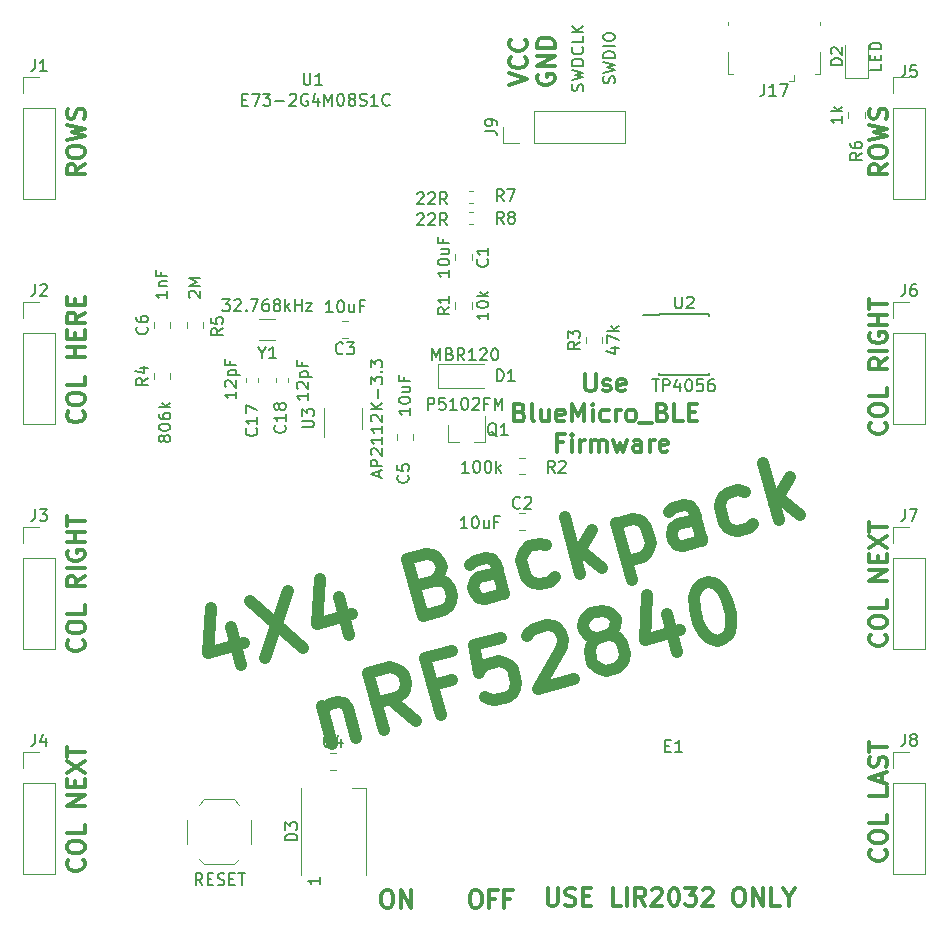
<source format=gbr>
G04 #@! TF.GenerationSoftware,KiCad,Pcbnew,(5.0.0)*
G04 #@! TF.CreationDate,2019-02-01T23:10:10-06:00*
G04 #@! TF.ProjectId,4x4_backpack,3478345F6261636B7061636B2E6B6963,rev?*
G04 #@! TF.SameCoordinates,Original*
G04 #@! TF.FileFunction,Legend,Top*
G04 #@! TF.FilePolarity,Positive*
%FSLAX46Y46*%
G04 Gerber Fmt 4.6, Leading zero omitted, Abs format (unit mm)*
G04 Created by KiCad (PCBNEW (5.0.0)) date 02/01/19 23:10:10*
%MOMM*%
%LPD*%
G01*
G04 APERTURE LIST*
%ADD10C,0.300000*%
%ADD11C,1.000000*%
%ADD12C,0.150000*%
%ADD13C,0.120000*%
G04 APERTURE END LIST*
D10*
X123734000Y-105975571D02*
X123734000Y-107189857D01*
X123805428Y-107332714D01*
X123876857Y-107404142D01*
X124019714Y-107475571D01*
X124305428Y-107475571D01*
X124448285Y-107404142D01*
X124519714Y-107332714D01*
X124591142Y-107189857D01*
X124591142Y-105975571D01*
X125234000Y-107404142D02*
X125376857Y-107475571D01*
X125662571Y-107475571D01*
X125805428Y-107404142D01*
X125876857Y-107261285D01*
X125876857Y-107189857D01*
X125805428Y-107047000D01*
X125662571Y-106975571D01*
X125448285Y-106975571D01*
X125305428Y-106904142D01*
X125234000Y-106761285D01*
X125234000Y-106689857D01*
X125305428Y-106547000D01*
X125448285Y-106475571D01*
X125662571Y-106475571D01*
X125805428Y-106547000D01*
X127091142Y-107404142D02*
X126948285Y-107475571D01*
X126662571Y-107475571D01*
X126519714Y-107404142D01*
X126448285Y-107261285D01*
X126448285Y-106689857D01*
X126519714Y-106547000D01*
X126662571Y-106475571D01*
X126948285Y-106475571D01*
X127091142Y-106547000D01*
X127162571Y-106689857D01*
X127162571Y-106832714D01*
X126448285Y-106975571D01*
X118198285Y-109239857D02*
X118412571Y-109311285D01*
X118484000Y-109382714D01*
X118555428Y-109525571D01*
X118555428Y-109739857D01*
X118484000Y-109882714D01*
X118412571Y-109954142D01*
X118269714Y-110025571D01*
X117698285Y-110025571D01*
X117698285Y-108525571D01*
X118198285Y-108525571D01*
X118341142Y-108597000D01*
X118412571Y-108668428D01*
X118484000Y-108811285D01*
X118484000Y-108954142D01*
X118412571Y-109097000D01*
X118341142Y-109168428D01*
X118198285Y-109239857D01*
X117698285Y-109239857D01*
X119412571Y-110025571D02*
X119269714Y-109954142D01*
X119198285Y-109811285D01*
X119198285Y-108525571D01*
X120626857Y-109025571D02*
X120626857Y-110025571D01*
X119984000Y-109025571D02*
X119984000Y-109811285D01*
X120055428Y-109954142D01*
X120198285Y-110025571D01*
X120412571Y-110025571D01*
X120555428Y-109954142D01*
X120626857Y-109882714D01*
X121912571Y-109954142D02*
X121769714Y-110025571D01*
X121484000Y-110025571D01*
X121341142Y-109954142D01*
X121269714Y-109811285D01*
X121269714Y-109239857D01*
X121341142Y-109097000D01*
X121484000Y-109025571D01*
X121769714Y-109025571D01*
X121912571Y-109097000D01*
X121984000Y-109239857D01*
X121984000Y-109382714D01*
X121269714Y-109525571D01*
X122626857Y-110025571D02*
X122626857Y-108525571D01*
X123126857Y-109597000D01*
X123626857Y-108525571D01*
X123626857Y-110025571D01*
X124341142Y-110025571D02*
X124341142Y-109025571D01*
X124341142Y-108525571D02*
X124269714Y-108597000D01*
X124341142Y-108668428D01*
X124412571Y-108597000D01*
X124341142Y-108525571D01*
X124341142Y-108668428D01*
X125698285Y-109954142D02*
X125555428Y-110025571D01*
X125269714Y-110025571D01*
X125126857Y-109954142D01*
X125055428Y-109882714D01*
X124984000Y-109739857D01*
X124984000Y-109311285D01*
X125055428Y-109168428D01*
X125126857Y-109097000D01*
X125269714Y-109025571D01*
X125555428Y-109025571D01*
X125698285Y-109097000D01*
X126341142Y-110025571D02*
X126341142Y-109025571D01*
X126341142Y-109311285D02*
X126412571Y-109168428D01*
X126484000Y-109097000D01*
X126626857Y-109025571D01*
X126769714Y-109025571D01*
X127484000Y-110025571D02*
X127341142Y-109954142D01*
X127269714Y-109882714D01*
X127198285Y-109739857D01*
X127198285Y-109311285D01*
X127269714Y-109168428D01*
X127341142Y-109097000D01*
X127484000Y-109025571D01*
X127698285Y-109025571D01*
X127841142Y-109097000D01*
X127912571Y-109168428D01*
X127984000Y-109311285D01*
X127984000Y-109739857D01*
X127912571Y-109882714D01*
X127841142Y-109954142D01*
X127698285Y-110025571D01*
X127484000Y-110025571D01*
X128269714Y-110168428D02*
X129412571Y-110168428D01*
X130269714Y-109239857D02*
X130484000Y-109311285D01*
X130555428Y-109382714D01*
X130626857Y-109525571D01*
X130626857Y-109739857D01*
X130555428Y-109882714D01*
X130484000Y-109954142D01*
X130341142Y-110025571D01*
X129769714Y-110025571D01*
X129769714Y-108525571D01*
X130269714Y-108525571D01*
X130412571Y-108597000D01*
X130484000Y-108668428D01*
X130555428Y-108811285D01*
X130555428Y-108954142D01*
X130484000Y-109097000D01*
X130412571Y-109168428D01*
X130269714Y-109239857D01*
X129769714Y-109239857D01*
X131984000Y-110025571D02*
X131269714Y-110025571D01*
X131269714Y-108525571D01*
X132484000Y-109239857D02*
X132984000Y-109239857D01*
X133198285Y-110025571D02*
X132484000Y-110025571D01*
X132484000Y-108525571D01*
X133198285Y-108525571D01*
X121805428Y-111789857D02*
X121305428Y-111789857D01*
X121305428Y-112575571D02*
X121305428Y-111075571D01*
X122019714Y-111075571D01*
X122591142Y-112575571D02*
X122591142Y-111575571D01*
X122591142Y-111075571D02*
X122519714Y-111147000D01*
X122591142Y-111218428D01*
X122662571Y-111147000D01*
X122591142Y-111075571D01*
X122591142Y-111218428D01*
X123305428Y-112575571D02*
X123305428Y-111575571D01*
X123305428Y-111861285D02*
X123376857Y-111718428D01*
X123448285Y-111647000D01*
X123591142Y-111575571D01*
X123734000Y-111575571D01*
X124234000Y-112575571D02*
X124234000Y-111575571D01*
X124234000Y-111718428D02*
X124305428Y-111647000D01*
X124448285Y-111575571D01*
X124662571Y-111575571D01*
X124805428Y-111647000D01*
X124876857Y-111789857D01*
X124876857Y-112575571D01*
X124876857Y-111789857D02*
X124948285Y-111647000D01*
X125091142Y-111575571D01*
X125305428Y-111575571D01*
X125448285Y-111647000D01*
X125519714Y-111789857D01*
X125519714Y-112575571D01*
X126091142Y-111575571D02*
X126376857Y-112575571D01*
X126662571Y-111861285D01*
X126948285Y-112575571D01*
X127234000Y-111575571D01*
X128448285Y-112575571D02*
X128448285Y-111789857D01*
X128376857Y-111647000D01*
X128234000Y-111575571D01*
X127948285Y-111575571D01*
X127805428Y-111647000D01*
X128448285Y-112504142D02*
X128305428Y-112575571D01*
X127948285Y-112575571D01*
X127805428Y-112504142D01*
X127734000Y-112361285D01*
X127734000Y-112218428D01*
X127805428Y-112075571D01*
X127948285Y-112004142D01*
X128305428Y-112004142D01*
X128448285Y-111932714D01*
X129162571Y-112575571D02*
X129162571Y-111575571D01*
X129162571Y-111861285D02*
X129234000Y-111718428D01*
X129305428Y-111647000D01*
X129448285Y-111575571D01*
X129591142Y-111575571D01*
X130662571Y-112504142D02*
X130519714Y-112575571D01*
X130234000Y-112575571D01*
X130091142Y-112504142D01*
X130019714Y-112361285D01*
X130019714Y-111789857D01*
X130091142Y-111647000D01*
X130234000Y-111575571D01*
X130519714Y-111575571D01*
X130662571Y-111647000D01*
X130734000Y-111789857D01*
X130734000Y-111932714D01*
X130019714Y-112075571D01*
X149125714Y-146275714D02*
X149197142Y-146347142D01*
X149268571Y-146561428D01*
X149268571Y-146704285D01*
X149197142Y-146918571D01*
X149054285Y-147061428D01*
X148911428Y-147132857D01*
X148625714Y-147204285D01*
X148411428Y-147204285D01*
X148125714Y-147132857D01*
X147982857Y-147061428D01*
X147840000Y-146918571D01*
X147768571Y-146704285D01*
X147768571Y-146561428D01*
X147840000Y-146347142D01*
X147911428Y-146275714D01*
X147768571Y-145347142D02*
X147768571Y-145061428D01*
X147840000Y-144918571D01*
X147982857Y-144775714D01*
X148268571Y-144704285D01*
X148768571Y-144704285D01*
X149054285Y-144775714D01*
X149197142Y-144918571D01*
X149268571Y-145061428D01*
X149268571Y-145347142D01*
X149197142Y-145490000D01*
X149054285Y-145632857D01*
X148768571Y-145704285D01*
X148268571Y-145704285D01*
X147982857Y-145632857D01*
X147840000Y-145490000D01*
X147768571Y-145347142D01*
X149268571Y-143347142D02*
X149268571Y-144061428D01*
X147768571Y-144061428D01*
X149268571Y-140990000D02*
X149268571Y-141704285D01*
X147768571Y-141704285D01*
X148840000Y-140561428D02*
X148840000Y-139847142D01*
X149268571Y-140704285D02*
X147768571Y-140204285D01*
X149268571Y-139704285D01*
X149197142Y-139275714D02*
X149268571Y-139061428D01*
X149268571Y-138704285D01*
X149197142Y-138561428D01*
X149125714Y-138490000D01*
X148982857Y-138418571D01*
X148840000Y-138418571D01*
X148697142Y-138490000D01*
X148625714Y-138561428D01*
X148554285Y-138704285D01*
X148482857Y-138990000D01*
X148411428Y-139132857D01*
X148340000Y-139204285D01*
X148197142Y-139275714D01*
X148054285Y-139275714D01*
X147911428Y-139204285D01*
X147840000Y-139132857D01*
X147768571Y-138990000D01*
X147768571Y-138632857D01*
X147840000Y-138418571D01*
X147768571Y-137990000D02*
X147768571Y-137132857D01*
X149268571Y-137561428D02*
X147768571Y-137561428D01*
X149125714Y-128075000D02*
X149197142Y-128146428D01*
X149268571Y-128360714D01*
X149268571Y-128503571D01*
X149197142Y-128717857D01*
X149054285Y-128860714D01*
X148911428Y-128932142D01*
X148625714Y-129003571D01*
X148411428Y-129003571D01*
X148125714Y-128932142D01*
X147982857Y-128860714D01*
X147840000Y-128717857D01*
X147768571Y-128503571D01*
X147768571Y-128360714D01*
X147840000Y-128146428D01*
X147911428Y-128075000D01*
X147768571Y-127146428D02*
X147768571Y-126860714D01*
X147840000Y-126717857D01*
X147982857Y-126575000D01*
X148268571Y-126503571D01*
X148768571Y-126503571D01*
X149054285Y-126575000D01*
X149197142Y-126717857D01*
X149268571Y-126860714D01*
X149268571Y-127146428D01*
X149197142Y-127289285D01*
X149054285Y-127432142D01*
X148768571Y-127503571D01*
X148268571Y-127503571D01*
X147982857Y-127432142D01*
X147840000Y-127289285D01*
X147768571Y-127146428D01*
X149268571Y-125146428D02*
X149268571Y-125860714D01*
X147768571Y-125860714D01*
X149268571Y-123503571D02*
X147768571Y-123503571D01*
X149268571Y-122646428D01*
X147768571Y-122646428D01*
X148482857Y-121932142D02*
X148482857Y-121432142D01*
X149268571Y-121217857D02*
X149268571Y-121932142D01*
X147768571Y-121932142D01*
X147768571Y-121217857D01*
X147768571Y-120717857D02*
X149268571Y-119717857D01*
X147768571Y-119717857D02*
X149268571Y-120717857D01*
X147768571Y-119360714D02*
X147768571Y-118503571D01*
X149268571Y-118932142D02*
X147768571Y-118932142D01*
X81180714Y-147125000D02*
X81252142Y-147196428D01*
X81323571Y-147410714D01*
X81323571Y-147553571D01*
X81252142Y-147767857D01*
X81109285Y-147910714D01*
X80966428Y-147982142D01*
X80680714Y-148053571D01*
X80466428Y-148053571D01*
X80180714Y-147982142D01*
X80037857Y-147910714D01*
X79895000Y-147767857D01*
X79823571Y-147553571D01*
X79823571Y-147410714D01*
X79895000Y-147196428D01*
X79966428Y-147125000D01*
X79823571Y-146196428D02*
X79823571Y-145910714D01*
X79895000Y-145767857D01*
X80037857Y-145625000D01*
X80323571Y-145553571D01*
X80823571Y-145553571D01*
X81109285Y-145625000D01*
X81252142Y-145767857D01*
X81323571Y-145910714D01*
X81323571Y-146196428D01*
X81252142Y-146339285D01*
X81109285Y-146482142D01*
X80823571Y-146553571D01*
X80323571Y-146553571D01*
X80037857Y-146482142D01*
X79895000Y-146339285D01*
X79823571Y-146196428D01*
X81323571Y-144196428D02*
X81323571Y-144910714D01*
X79823571Y-144910714D01*
X81323571Y-142553571D02*
X79823571Y-142553571D01*
X81323571Y-141696428D01*
X79823571Y-141696428D01*
X80537857Y-140982142D02*
X80537857Y-140482142D01*
X81323571Y-140267857D02*
X81323571Y-140982142D01*
X79823571Y-140982142D01*
X79823571Y-140267857D01*
X79823571Y-139767857D02*
X81323571Y-138767857D01*
X79823571Y-138767857D02*
X81323571Y-139767857D01*
X79823571Y-138410714D02*
X79823571Y-137553571D01*
X81323571Y-137982142D02*
X79823571Y-137982142D01*
X149125714Y-110124285D02*
X149197142Y-110195714D01*
X149268571Y-110410000D01*
X149268571Y-110552857D01*
X149197142Y-110767142D01*
X149054285Y-110910000D01*
X148911428Y-110981428D01*
X148625714Y-111052857D01*
X148411428Y-111052857D01*
X148125714Y-110981428D01*
X147982857Y-110910000D01*
X147840000Y-110767142D01*
X147768571Y-110552857D01*
X147768571Y-110410000D01*
X147840000Y-110195714D01*
X147911428Y-110124285D01*
X147768571Y-109195714D02*
X147768571Y-108910000D01*
X147840000Y-108767142D01*
X147982857Y-108624285D01*
X148268571Y-108552857D01*
X148768571Y-108552857D01*
X149054285Y-108624285D01*
X149197142Y-108767142D01*
X149268571Y-108910000D01*
X149268571Y-109195714D01*
X149197142Y-109338571D01*
X149054285Y-109481428D01*
X148768571Y-109552857D01*
X148268571Y-109552857D01*
X147982857Y-109481428D01*
X147840000Y-109338571D01*
X147768571Y-109195714D01*
X149268571Y-107195714D02*
X149268571Y-107910000D01*
X147768571Y-107910000D01*
X149268571Y-104695714D02*
X148554285Y-105195714D01*
X149268571Y-105552857D02*
X147768571Y-105552857D01*
X147768571Y-104981428D01*
X147840000Y-104838571D01*
X147911428Y-104767142D01*
X148054285Y-104695714D01*
X148268571Y-104695714D01*
X148411428Y-104767142D01*
X148482857Y-104838571D01*
X148554285Y-104981428D01*
X148554285Y-105552857D01*
X149268571Y-104052857D02*
X147768571Y-104052857D01*
X147840000Y-102552857D02*
X147768571Y-102695714D01*
X147768571Y-102910000D01*
X147840000Y-103124285D01*
X147982857Y-103267142D01*
X148125714Y-103338571D01*
X148411428Y-103410000D01*
X148625714Y-103410000D01*
X148911428Y-103338571D01*
X149054285Y-103267142D01*
X149197142Y-103124285D01*
X149268571Y-102910000D01*
X149268571Y-102767142D01*
X149197142Y-102552857D01*
X149125714Y-102481428D01*
X148625714Y-102481428D01*
X148625714Y-102767142D01*
X149268571Y-101838571D02*
X147768571Y-101838571D01*
X148482857Y-101838571D02*
X148482857Y-100981428D01*
X149268571Y-100981428D02*
X147768571Y-100981428D01*
X147768571Y-100481428D02*
X147768571Y-99624285D01*
X149268571Y-100052857D02*
X147768571Y-100052857D01*
X81180714Y-128539285D02*
X81252142Y-128610714D01*
X81323571Y-128825000D01*
X81323571Y-128967857D01*
X81252142Y-129182142D01*
X81109285Y-129325000D01*
X80966428Y-129396428D01*
X80680714Y-129467857D01*
X80466428Y-129467857D01*
X80180714Y-129396428D01*
X80037857Y-129325000D01*
X79895000Y-129182142D01*
X79823571Y-128967857D01*
X79823571Y-128825000D01*
X79895000Y-128610714D01*
X79966428Y-128539285D01*
X79823571Y-127610714D02*
X79823571Y-127325000D01*
X79895000Y-127182142D01*
X80037857Y-127039285D01*
X80323571Y-126967857D01*
X80823571Y-126967857D01*
X81109285Y-127039285D01*
X81252142Y-127182142D01*
X81323571Y-127325000D01*
X81323571Y-127610714D01*
X81252142Y-127753571D01*
X81109285Y-127896428D01*
X80823571Y-127967857D01*
X80323571Y-127967857D01*
X80037857Y-127896428D01*
X79895000Y-127753571D01*
X79823571Y-127610714D01*
X81323571Y-125610714D02*
X81323571Y-126325000D01*
X79823571Y-126325000D01*
X81323571Y-123110714D02*
X80609285Y-123610714D01*
X81323571Y-123967857D02*
X79823571Y-123967857D01*
X79823571Y-123396428D01*
X79895000Y-123253571D01*
X79966428Y-123182142D01*
X80109285Y-123110714D01*
X80323571Y-123110714D01*
X80466428Y-123182142D01*
X80537857Y-123253571D01*
X80609285Y-123396428D01*
X80609285Y-123967857D01*
X81323571Y-122467857D02*
X79823571Y-122467857D01*
X79895000Y-120967857D02*
X79823571Y-121110714D01*
X79823571Y-121325000D01*
X79895000Y-121539285D01*
X80037857Y-121682142D01*
X80180714Y-121753571D01*
X80466428Y-121825000D01*
X80680714Y-121825000D01*
X80966428Y-121753571D01*
X81109285Y-121682142D01*
X81252142Y-121539285D01*
X81323571Y-121325000D01*
X81323571Y-121182142D01*
X81252142Y-120967857D01*
X81180714Y-120896428D01*
X80680714Y-120896428D01*
X80680714Y-121182142D01*
X81323571Y-120253571D02*
X79823571Y-120253571D01*
X80537857Y-120253571D02*
X80537857Y-119396428D01*
X81323571Y-119396428D02*
X79823571Y-119396428D01*
X79823571Y-118896428D02*
X79823571Y-118039285D01*
X81323571Y-118467857D02*
X79823571Y-118467857D01*
X81180714Y-109167857D02*
X81252142Y-109239285D01*
X81323571Y-109453571D01*
X81323571Y-109596428D01*
X81252142Y-109810714D01*
X81109285Y-109953571D01*
X80966428Y-110025000D01*
X80680714Y-110096428D01*
X80466428Y-110096428D01*
X80180714Y-110025000D01*
X80037857Y-109953571D01*
X79895000Y-109810714D01*
X79823571Y-109596428D01*
X79823571Y-109453571D01*
X79895000Y-109239285D01*
X79966428Y-109167857D01*
X79823571Y-108239285D02*
X79823571Y-107953571D01*
X79895000Y-107810714D01*
X80037857Y-107667857D01*
X80323571Y-107596428D01*
X80823571Y-107596428D01*
X81109285Y-107667857D01*
X81252142Y-107810714D01*
X81323571Y-107953571D01*
X81323571Y-108239285D01*
X81252142Y-108382142D01*
X81109285Y-108525000D01*
X80823571Y-108596428D01*
X80323571Y-108596428D01*
X80037857Y-108525000D01*
X79895000Y-108382142D01*
X79823571Y-108239285D01*
X81323571Y-106239285D02*
X81323571Y-106953571D01*
X79823571Y-106953571D01*
X81323571Y-104596428D02*
X79823571Y-104596428D01*
X80537857Y-104596428D02*
X80537857Y-103739285D01*
X81323571Y-103739285D02*
X79823571Y-103739285D01*
X80537857Y-103025000D02*
X80537857Y-102525000D01*
X81323571Y-102310714D02*
X81323571Y-103025000D01*
X79823571Y-103025000D01*
X79823571Y-102310714D01*
X81323571Y-100810714D02*
X80609285Y-101310714D01*
X81323571Y-101667857D02*
X79823571Y-101667857D01*
X79823571Y-101096428D01*
X79895000Y-100953571D01*
X79966428Y-100882142D01*
X80109285Y-100810714D01*
X80323571Y-100810714D01*
X80466428Y-100882142D01*
X80537857Y-100953571D01*
X80609285Y-101096428D01*
X80609285Y-101667857D01*
X80537857Y-100167857D02*
X80537857Y-99667857D01*
X81323571Y-99453571D02*
X81323571Y-100167857D01*
X79823571Y-100167857D01*
X79823571Y-99453571D01*
X149268571Y-88252857D02*
X148554285Y-88752857D01*
X149268571Y-89110000D02*
X147768571Y-89110000D01*
X147768571Y-88538571D01*
X147840000Y-88395714D01*
X147911428Y-88324285D01*
X148054285Y-88252857D01*
X148268571Y-88252857D01*
X148411428Y-88324285D01*
X148482857Y-88395714D01*
X148554285Y-88538571D01*
X148554285Y-89110000D01*
X147768571Y-87324285D02*
X147768571Y-87038571D01*
X147840000Y-86895714D01*
X147982857Y-86752857D01*
X148268571Y-86681428D01*
X148768571Y-86681428D01*
X149054285Y-86752857D01*
X149197142Y-86895714D01*
X149268571Y-87038571D01*
X149268571Y-87324285D01*
X149197142Y-87467142D01*
X149054285Y-87610000D01*
X148768571Y-87681428D01*
X148268571Y-87681428D01*
X147982857Y-87610000D01*
X147840000Y-87467142D01*
X147768571Y-87324285D01*
X147768571Y-86181428D02*
X149268571Y-85824285D01*
X148197142Y-85538571D01*
X149268571Y-85252857D01*
X147768571Y-84895714D01*
X149197142Y-84395714D02*
X149268571Y-84181428D01*
X149268571Y-83824285D01*
X149197142Y-83681428D01*
X149125714Y-83610000D01*
X148982857Y-83538571D01*
X148840000Y-83538571D01*
X148697142Y-83610000D01*
X148625714Y-83681428D01*
X148554285Y-83824285D01*
X148482857Y-84110000D01*
X148411428Y-84252857D01*
X148340000Y-84324285D01*
X148197142Y-84395714D01*
X148054285Y-84395714D01*
X147911428Y-84324285D01*
X147840000Y-84252857D01*
X147768571Y-84110000D01*
X147768571Y-83752857D01*
X147840000Y-83538571D01*
X81323571Y-88252857D02*
X80609285Y-88752857D01*
X81323571Y-89110000D02*
X79823571Y-89110000D01*
X79823571Y-88538571D01*
X79895000Y-88395714D01*
X79966428Y-88324285D01*
X80109285Y-88252857D01*
X80323571Y-88252857D01*
X80466428Y-88324285D01*
X80537857Y-88395714D01*
X80609285Y-88538571D01*
X80609285Y-89110000D01*
X79823571Y-87324285D02*
X79823571Y-87038571D01*
X79895000Y-86895714D01*
X80037857Y-86752857D01*
X80323571Y-86681428D01*
X80823571Y-86681428D01*
X81109285Y-86752857D01*
X81252142Y-86895714D01*
X81323571Y-87038571D01*
X81323571Y-87324285D01*
X81252142Y-87467142D01*
X81109285Y-87610000D01*
X80823571Y-87681428D01*
X80323571Y-87681428D01*
X80037857Y-87610000D01*
X79895000Y-87467142D01*
X79823571Y-87324285D01*
X79823571Y-86181428D02*
X81323571Y-85824285D01*
X80252142Y-85538571D01*
X81323571Y-85252857D01*
X79823571Y-84895714D01*
X81252142Y-84395714D02*
X81323571Y-84181428D01*
X81323571Y-83824285D01*
X81252142Y-83681428D01*
X81180714Y-83610000D01*
X81037857Y-83538571D01*
X80895000Y-83538571D01*
X80752142Y-83610000D01*
X80680714Y-83681428D01*
X80609285Y-83824285D01*
X80537857Y-84110000D01*
X80466428Y-84252857D01*
X80395000Y-84324285D01*
X80252142Y-84395714D01*
X80109285Y-84395714D01*
X79966428Y-84324285D01*
X79895000Y-84252857D01*
X79823571Y-84110000D01*
X79823571Y-83752857D01*
X79895000Y-83538571D01*
X120529057Y-149521171D02*
X120529057Y-150735457D01*
X120600485Y-150878314D01*
X120671914Y-150949742D01*
X120814771Y-151021171D01*
X121100485Y-151021171D01*
X121243342Y-150949742D01*
X121314771Y-150878314D01*
X121386200Y-150735457D01*
X121386200Y-149521171D01*
X122029057Y-150949742D02*
X122243342Y-151021171D01*
X122600485Y-151021171D01*
X122743342Y-150949742D01*
X122814771Y-150878314D01*
X122886200Y-150735457D01*
X122886200Y-150592600D01*
X122814771Y-150449742D01*
X122743342Y-150378314D01*
X122600485Y-150306885D01*
X122314771Y-150235457D01*
X122171914Y-150164028D01*
X122100485Y-150092600D01*
X122029057Y-149949742D01*
X122029057Y-149806885D01*
X122100485Y-149664028D01*
X122171914Y-149592600D01*
X122314771Y-149521171D01*
X122671914Y-149521171D01*
X122886200Y-149592600D01*
X123529057Y-150235457D02*
X124029057Y-150235457D01*
X124243342Y-151021171D02*
X123529057Y-151021171D01*
X123529057Y-149521171D01*
X124243342Y-149521171D01*
X126743342Y-151021171D02*
X126029057Y-151021171D01*
X126029057Y-149521171D01*
X127243342Y-151021171D02*
X127243342Y-149521171D01*
X128814771Y-151021171D02*
X128314771Y-150306885D01*
X127957628Y-151021171D02*
X127957628Y-149521171D01*
X128529057Y-149521171D01*
X128671914Y-149592600D01*
X128743342Y-149664028D01*
X128814771Y-149806885D01*
X128814771Y-150021171D01*
X128743342Y-150164028D01*
X128671914Y-150235457D01*
X128529057Y-150306885D01*
X127957628Y-150306885D01*
X129386200Y-149664028D02*
X129457628Y-149592600D01*
X129600485Y-149521171D01*
X129957628Y-149521171D01*
X130100485Y-149592600D01*
X130171914Y-149664028D01*
X130243342Y-149806885D01*
X130243342Y-149949742D01*
X130171914Y-150164028D01*
X129314771Y-151021171D01*
X130243342Y-151021171D01*
X131171914Y-149521171D02*
X131314771Y-149521171D01*
X131457628Y-149592600D01*
X131529057Y-149664028D01*
X131600485Y-149806885D01*
X131671914Y-150092600D01*
X131671914Y-150449742D01*
X131600485Y-150735457D01*
X131529057Y-150878314D01*
X131457628Y-150949742D01*
X131314771Y-151021171D01*
X131171914Y-151021171D01*
X131029057Y-150949742D01*
X130957628Y-150878314D01*
X130886200Y-150735457D01*
X130814771Y-150449742D01*
X130814771Y-150092600D01*
X130886200Y-149806885D01*
X130957628Y-149664028D01*
X131029057Y-149592600D01*
X131171914Y-149521171D01*
X132171914Y-149521171D02*
X133100485Y-149521171D01*
X132600485Y-150092600D01*
X132814771Y-150092600D01*
X132957628Y-150164028D01*
X133029057Y-150235457D01*
X133100485Y-150378314D01*
X133100485Y-150735457D01*
X133029057Y-150878314D01*
X132957628Y-150949742D01*
X132814771Y-151021171D01*
X132386200Y-151021171D01*
X132243342Y-150949742D01*
X132171914Y-150878314D01*
X133671914Y-149664028D02*
X133743342Y-149592600D01*
X133886200Y-149521171D01*
X134243342Y-149521171D01*
X134386200Y-149592600D01*
X134457628Y-149664028D01*
X134529057Y-149806885D01*
X134529057Y-149949742D01*
X134457628Y-150164028D01*
X133600485Y-151021171D01*
X134529057Y-151021171D01*
X136600485Y-149521171D02*
X136886200Y-149521171D01*
X137029057Y-149592600D01*
X137171914Y-149735457D01*
X137243342Y-150021171D01*
X137243342Y-150521171D01*
X137171914Y-150806885D01*
X137029057Y-150949742D01*
X136886200Y-151021171D01*
X136600485Y-151021171D01*
X136457628Y-150949742D01*
X136314771Y-150806885D01*
X136243342Y-150521171D01*
X136243342Y-150021171D01*
X136314771Y-149735457D01*
X136457628Y-149592600D01*
X136600485Y-149521171D01*
X137886200Y-151021171D02*
X137886200Y-149521171D01*
X138743342Y-151021171D01*
X138743342Y-149521171D01*
X140171914Y-151021171D02*
X139457628Y-151021171D01*
X139457628Y-149521171D01*
X140957628Y-150306885D02*
X140957628Y-151021171D01*
X140457628Y-149521171D02*
X140957628Y-150306885D01*
X141457628Y-149521171D01*
X114293828Y-149724371D02*
X114579542Y-149724371D01*
X114722400Y-149795800D01*
X114865257Y-149938657D01*
X114936685Y-150224371D01*
X114936685Y-150724371D01*
X114865257Y-151010085D01*
X114722400Y-151152942D01*
X114579542Y-151224371D01*
X114293828Y-151224371D01*
X114150971Y-151152942D01*
X114008114Y-151010085D01*
X113936685Y-150724371D01*
X113936685Y-150224371D01*
X114008114Y-149938657D01*
X114150971Y-149795800D01*
X114293828Y-149724371D01*
X116079542Y-150438657D02*
X115579542Y-150438657D01*
X115579542Y-151224371D02*
X115579542Y-149724371D01*
X116293828Y-149724371D01*
X117365257Y-150438657D02*
X116865257Y-150438657D01*
X116865257Y-151224371D02*
X116865257Y-149724371D01*
X117579542Y-149724371D01*
X106818228Y-149724371D02*
X107103942Y-149724371D01*
X107246800Y-149795800D01*
X107389657Y-149938657D01*
X107461085Y-150224371D01*
X107461085Y-150724371D01*
X107389657Y-151010085D01*
X107246800Y-151152942D01*
X107103942Y-151224371D01*
X106818228Y-151224371D01*
X106675371Y-151152942D01*
X106532514Y-151010085D01*
X106461085Y-150724371D01*
X106461085Y-150224371D01*
X106532514Y-149938657D01*
X106675371Y-149795800D01*
X106818228Y-149724371D01*
X108103942Y-151224371D02*
X108103942Y-149724371D01*
X108961085Y-151224371D01*
X108961085Y-149724371D01*
D11*
X93686443Y-127391005D02*
X94549173Y-130610758D01*
X92043543Y-125859264D02*
X91817985Y-129617117D01*
X94807755Y-128816011D01*
X95324919Y-125226516D02*
X99838767Y-129193415D01*
X98544672Y-124363786D02*
X96619014Y-130056146D01*
X102885737Y-124926062D02*
X103748467Y-128145814D01*
X101242836Y-123394321D02*
X101017278Y-127152174D01*
X104007049Y-126351067D01*
X110890007Y-123520807D02*
X111641578Y-123565919D01*
X111933183Y-123734277D01*
X112286413Y-124132618D01*
X112471284Y-124822565D01*
X112364549Y-125344154D01*
X112196190Y-125635760D01*
X111797849Y-125988989D01*
X109957990Y-126481978D01*
X108663895Y-121652349D01*
X110273771Y-121220984D01*
X110795359Y-121327719D01*
X111086965Y-121496077D01*
X111440195Y-121894419D01*
X111563442Y-122354383D01*
X111456707Y-122875972D01*
X111288348Y-123167577D01*
X110890007Y-123520807D01*
X109280131Y-123952172D01*
X116857460Y-124633270D02*
X116179601Y-122103465D01*
X115826371Y-121705123D01*
X115304783Y-121598388D01*
X114384854Y-121844883D01*
X113986513Y-122198112D01*
X116795837Y-124403288D02*
X116397496Y-124756517D01*
X115247584Y-125064635D01*
X114725996Y-124957900D01*
X114372766Y-124559559D01*
X114249519Y-124099594D01*
X114356254Y-123578006D01*
X114754595Y-123224777D01*
X115904507Y-122916659D01*
X116302848Y-122563429D01*
X121165501Y-123232440D02*
X120767160Y-123585669D01*
X119847231Y-123832164D01*
X119325642Y-123725429D01*
X119034036Y-123557070D01*
X118680807Y-123158729D01*
X118311065Y-121778835D01*
X118417801Y-121257246D01*
X118586159Y-120965640D01*
X118984500Y-120612411D01*
X119904430Y-120365917D01*
X120426018Y-120472652D01*
X123296966Y-122907810D02*
X122002870Y-118078181D01*
X123263942Y-120944704D02*
X125136824Y-122414821D01*
X124274094Y-119195069D02*
X122927224Y-121527916D01*
X126343935Y-118640456D02*
X127638031Y-123470085D01*
X126405559Y-118870439D02*
X126803900Y-118517209D01*
X127723829Y-118270715D01*
X128245418Y-118377450D01*
X128537024Y-118545809D01*
X128890253Y-118944150D01*
X129259995Y-120324044D01*
X129153259Y-120845632D01*
X128984901Y-121137238D01*
X128586560Y-121490468D01*
X127666630Y-121736962D01*
X127145042Y-121630227D01*
X133646171Y-120134749D02*
X132968312Y-117604943D01*
X132615082Y-117206602D01*
X132093494Y-117099867D01*
X131173564Y-117346361D01*
X130775223Y-117699591D01*
X133584547Y-119904766D02*
X133186206Y-120257996D01*
X132036295Y-120566114D01*
X131514706Y-120459379D01*
X131161477Y-120061038D01*
X131038230Y-119601073D01*
X131144965Y-119079485D01*
X131543306Y-118726255D01*
X132693218Y-118418137D01*
X133091559Y-118064908D01*
X137954212Y-118733918D02*
X137555871Y-119087148D01*
X136635941Y-119333642D01*
X136114353Y-119226907D01*
X135822747Y-119058548D01*
X135469518Y-118660207D01*
X135099776Y-117280313D01*
X135206511Y-116758725D01*
X135374870Y-116467119D01*
X135773211Y-116113889D01*
X136693141Y-115867395D01*
X137214729Y-115974130D01*
X140085676Y-118409289D02*
X138791581Y-113579659D01*
X140052653Y-116446183D02*
X141925535Y-117916300D01*
X141062805Y-114696547D02*
X139715935Y-117029394D01*
X101405981Y-134122409D02*
X102268711Y-137342162D01*
X101529228Y-134582374D02*
X101697587Y-134290768D01*
X102095928Y-133937538D01*
X102785875Y-133752668D01*
X103307464Y-133859403D01*
X103660693Y-134257744D01*
X104338552Y-136787550D01*
X109398164Y-135431831D02*
X107172052Y-133563372D01*
X106638376Y-136171314D02*
X105344281Y-131341685D01*
X107184139Y-130848696D01*
X107705728Y-130955431D01*
X107997334Y-131123790D01*
X108350563Y-131522131D01*
X108535434Y-132212078D01*
X108428699Y-132733666D01*
X108260340Y-133025272D01*
X107861999Y-133378502D01*
X106022140Y-133871490D01*
X112400022Y-131916048D02*
X110790146Y-132347413D01*
X111468005Y-134877219D02*
X110173910Y-130047589D01*
X112473733Y-129431354D01*
X116613415Y-128322129D02*
X114313592Y-128938365D01*
X114699845Y-131299812D01*
X114868204Y-131008206D01*
X115266545Y-130654976D01*
X116416457Y-130346859D01*
X116938045Y-130453594D01*
X117229651Y-130621952D01*
X117582881Y-131020294D01*
X117890999Y-132170205D01*
X117784263Y-132691794D01*
X117615905Y-132983399D01*
X117217563Y-133336629D01*
X116067652Y-133644747D01*
X115546064Y-133538012D01*
X115254458Y-133369653D01*
X118806503Y-128227482D02*
X118974862Y-127935876D01*
X119373203Y-127582646D01*
X120523115Y-127274528D01*
X121044703Y-127381263D01*
X121336309Y-127549622D01*
X121689539Y-127947963D01*
X121812786Y-128407928D01*
X121767674Y-129159499D01*
X119747369Y-132658770D01*
X122737140Y-131857663D01*
X124757445Y-128358392D02*
X124235856Y-128251657D01*
X123944251Y-128083298D01*
X123591021Y-127684957D01*
X123529397Y-127454975D01*
X123636133Y-126933386D01*
X123804491Y-126641780D01*
X124202832Y-126288551D01*
X125122762Y-126042057D01*
X125644350Y-126148792D01*
X125935956Y-126317150D01*
X126289186Y-126715492D01*
X126350809Y-126945474D01*
X126244074Y-127467062D01*
X126075715Y-127758668D01*
X125677374Y-128111898D01*
X124757445Y-128358392D01*
X124359104Y-128711621D01*
X124190745Y-129003227D01*
X124084010Y-129524816D01*
X124330504Y-130444745D01*
X124683734Y-130843086D01*
X124975339Y-131011445D01*
X125496928Y-131118180D01*
X126416857Y-130871686D01*
X126815198Y-130518456D01*
X126983557Y-130226850D01*
X127090292Y-129705262D01*
X126843798Y-128785333D01*
X126490568Y-128386992D01*
X126198962Y-128218633D01*
X125677374Y-128111898D01*
X130613738Y-126296214D02*
X131476469Y-129515967D01*
X128970838Y-124764473D02*
X128745280Y-128522326D01*
X131735050Y-127721220D01*
X133632108Y-123761984D02*
X134092073Y-123638737D01*
X134613661Y-123745472D01*
X134905267Y-123913831D01*
X135258497Y-124312172D01*
X135734973Y-125170478D01*
X136043091Y-126320389D01*
X136059603Y-127301942D01*
X135952868Y-127823531D01*
X135784509Y-128115136D01*
X135386168Y-128468366D01*
X134926204Y-128591613D01*
X134404615Y-128484878D01*
X134113009Y-128316519D01*
X133759780Y-127918178D01*
X133283303Y-127059872D01*
X132975185Y-125909961D01*
X132958673Y-124928408D01*
X133065409Y-124406819D01*
X133233767Y-124115214D01*
X133632108Y-123761984D01*
D12*
X126185561Y-81392447D02*
X126233180Y-81249590D01*
X126233180Y-81011495D01*
X126185561Y-80916257D01*
X126137942Y-80868638D01*
X126042704Y-80821019D01*
X125947466Y-80821019D01*
X125852228Y-80868638D01*
X125804609Y-80916257D01*
X125756990Y-81011495D01*
X125709371Y-81201971D01*
X125661752Y-81297209D01*
X125614133Y-81344828D01*
X125518895Y-81392447D01*
X125423657Y-81392447D01*
X125328419Y-81344828D01*
X125280800Y-81297209D01*
X125233180Y-81201971D01*
X125233180Y-80963876D01*
X125280800Y-80821019D01*
X125233180Y-80487685D02*
X126233180Y-80249590D01*
X125518895Y-80059114D01*
X126233180Y-79868638D01*
X125233180Y-79630542D01*
X126233180Y-79249590D02*
X125233180Y-79249590D01*
X125233180Y-79011495D01*
X125280800Y-78868638D01*
X125376038Y-78773400D01*
X125471276Y-78725780D01*
X125661752Y-78678161D01*
X125804609Y-78678161D01*
X125995085Y-78725780D01*
X126090323Y-78773400D01*
X126185561Y-78868638D01*
X126233180Y-79011495D01*
X126233180Y-79249590D01*
X126233180Y-78249590D02*
X125233180Y-78249590D01*
X125233180Y-77582923D02*
X125233180Y-77392447D01*
X125280800Y-77297209D01*
X125376038Y-77201971D01*
X125566514Y-77154352D01*
X125899847Y-77154352D01*
X126090323Y-77201971D01*
X126185561Y-77297209D01*
X126233180Y-77392447D01*
X126233180Y-77582923D01*
X126185561Y-77678161D01*
X126090323Y-77773400D01*
X125899847Y-77821019D01*
X125566514Y-77821019D01*
X125376038Y-77773400D01*
X125280800Y-77678161D01*
X125233180Y-77582923D01*
X123518561Y-82035304D02*
X123566180Y-81892447D01*
X123566180Y-81654352D01*
X123518561Y-81559114D01*
X123470942Y-81511495D01*
X123375704Y-81463876D01*
X123280466Y-81463876D01*
X123185228Y-81511495D01*
X123137609Y-81559114D01*
X123089990Y-81654352D01*
X123042371Y-81844828D01*
X122994752Y-81940066D01*
X122947133Y-81987685D01*
X122851895Y-82035304D01*
X122756657Y-82035304D01*
X122661419Y-81987685D01*
X122613800Y-81940066D01*
X122566180Y-81844828D01*
X122566180Y-81606733D01*
X122613800Y-81463876D01*
X122566180Y-81130542D02*
X123566180Y-80892447D01*
X122851895Y-80701971D01*
X123566180Y-80511495D01*
X122566180Y-80273400D01*
X123566180Y-79892447D02*
X122566180Y-79892447D01*
X122566180Y-79654352D01*
X122613800Y-79511495D01*
X122709038Y-79416257D01*
X122804276Y-79368638D01*
X122994752Y-79321019D01*
X123137609Y-79321019D01*
X123328085Y-79368638D01*
X123423323Y-79416257D01*
X123518561Y-79511495D01*
X123566180Y-79654352D01*
X123566180Y-79892447D01*
X123470942Y-78321019D02*
X123518561Y-78368638D01*
X123566180Y-78511495D01*
X123566180Y-78606733D01*
X123518561Y-78749590D01*
X123423323Y-78844828D01*
X123328085Y-78892447D01*
X123137609Y-78940066D01*
X122994752Y-78940066D01*
X122804276Y-78892447D01*
X122709038Y-78844828D01*
X122613800Y-78749590D01*
X122566180Y-78606733D01*
X122566180Y-78511495D01*
X122613800Y-78368638D01*
X122661419Y-78321019D01*
X123566180Y-77416257D02*
X123566180Y-77892447D01*
X122566180Y-77892447D01*
X123566180Y-77082923D02*
X122566180Y-77082923D01*
X123566180Y-76511495D02*
X122994752Y-76940066D01*
X122566180Y-76511495D02*
X123137609Y-77082923D01*
D10*
X119696800Y-80670257D02*
X119625371Y-80813114D01*
X119625371Y-81027400D01*
X119696800Y-81241685D01*
X119839657Y-81384542D01*
X119982514Y-81455971D01*
X120268228Y-81527400D01*
X120482514Y-81527400D01*
X120768228Y-81455971D01*
X120911085Y-81384542D01*
X121053942Y-81241685D01*
X121125371Y-81027400D01*
X121125371Y-80884542D01*
X121053942Y-80670257D01*
X120982514Y-80598828D01*
X120482514Y-80598828D01*
X120482514Y-80884542D01*
X121125371Y-79955971D02*
X119625371Y-79955971D01*
X121125371Y-79098828D01*
X119625371Y-79098828D01*
X121125371Y-78384542D02*
X119625371Y-78384542D01*
X119625371Y-78027400D01*
X119696800Y-77813114D01*
X119839657Y-77670257D01*
X119982514Y-77598828D01*
X120268228Y-77527400D01*
X120482514Y-77527400D01*
X120768228Y-77598828D01*
X120911085Y-77670257D01*
X121053942Y-77813114D01*
X121125371Y-78027400D01*
X121125371Y-78384542D01*
X117288571Y-81552800D02*
X118788571Y-81052800D01*
X117288571Y-80552800D01*
X118645714Y-79195657D02*
X118717142Y-79267085D01*
X118788571Y-79481371D01*
X118788571Y-79624228D01*
X118717142Y-79838514D01*
X118574285Y-79981371D01*
X118431428Y-80052800D01*
X118145714Y-80124228D01*
X117931428Y-80124228D01*
X117645714Y-80052800D01*
X117502857Y-79981371D01*
X117360000Y-79838514D01*
X117288571Y-79624228D01*
X117288571Y-79481371D01*
X117360000Y-79267085D01*
X117431428Y-79195657D01*
X118645714Y-77695657D02*
X118717142Y-77767085D01*
X118788571Y-77981371D01*
X118788571Y-78124228D01*
X118717142Y-78338514D01*
X118574285Y-78481371D01*
X118431428Y-78552800D01*
X118145714Y-78624228D01*
X117931428Y-78624228D01*
X117645714Y-78552800D01*
X117502857Y-78481371D01*
X117360000Y-78338514D01*
X117288571Y-78124228D01*
X117288571Y-77981371D01*
X117360000Y-77767085D01*
X117431428Y-77695657D01*
D13*
G04 #@! TO.C,J17*
X143600000Y-80629500D02*
X143150000Y-80629500D01*
X143600000Y-78779500D02*
X143600000Y-80629500D01*
X135800000Y-76229500D02*
X135800000Y-76479500D01*
X143600000Y-76229500D02*
X143600000Y-76479500D01*
X135800000Y-78779500D02*
X135800000Y-80629500D01*
X135800000Y-80629500D02*
X136250000Y-80629500D01*
X141400000Y-81179500D02*
X140950000Y-81179500D01*
X141400000Y-81179500D02*
X141400000Y-80729500D01*
G04 #@! TO.C,J1*
X76140000Y-91182500D02*
X78800000Y-91182500D01*
X76140000Y-83502500D02*
X76140000Y-91182500D01*
X78800000Y-83502500D02*
X78800000Y-91182500D01*
X76140000Y-83502500D02*
X78800000Y-83502500D01*
X76140000Y-82232500D02*
X76140000Y-80902500D01*
X76140000Y-80902500D02*
X77470000Y-80902500D01*
G04 #@! TO.C,J2*
X76140000Y-99952500D02*
X77470000Y-99952500D01*
X76140000Y-101282500D02*
X76140000Y-99952500D01*
X76140000Y-102552500D02*
X78800000Y-102552500D01*
X78800000Y-102552500D02*
X78800000Y-110232500D01*
X76140000Y-102552500D02*
X76140000Y-110232500D01*
X76140000Y-110232500D02*
X78800000Y-110232500D01*
G04 #@! TO.C,J3*
X76140000Y-129282500D02*
X78800000Y-129282500D01*
X76140000Y-121602500D02*
X76140000Y-129282500D01*
X78800000Y-121602500D02*
X78800000Y-129282500D01*
X76140000Y-121602500D02*
X78800000Y-121602500D01*
X76140000Y-120332500D02*
X76140000Y-119002500D01*
X76140000Y-119002500D02*
X77470000Y-119002500D01*
G04 #@! TO.C,J4*
X76140000Y-138052500D02*
X77470000Y-138052500D01*
X76140000Y-139382500D02*
X76140000Y-138052500D01*
X76140000Y-140652500D02*
X78800000Y-140652500D01*
X78800000Y-140652500D02*
X78800000Y-148332500D01*
X76140000Y-140652500D02*
X76140000Y-148332500D01*
X76140000Y-148332500D02*
X78800000Y-148332500D01*
G04 #@! TO.C,J5*
X149800000Y-91182500D02*
X152460000Y-91182500D01*
X149800000Y-83502500D02*
X149800000Y-91182500D01*
X152460000Y-83502500D02*
X152460000Y-91182500D01*
X149800000Y-83502500D02*
X152460000Y-83502500D01*
X149800000Y-82232500D02*
X149800000Y-80902500D01*
X149800000Y-80902500D02*
X151130000Y-80902500D01*
G04 #@! TO.C,J6*
X149800000Y-99952500D02*
X151130000Y-99952500D01*
X149800000Y-101282500D02*
X149800000Y-99952500D01*
X149800000Y-102552500D02*
X152460000Y-102552500D01*
X152460000Y-102552500D02*
X152460000Y-110232500D01*
X149800000Y-102552500D02*
X149800000Y-110232500D01*
X149800000Y-110232500D02*
X152460000Y-110232500D01*
G04 #@! TO.C,J7*
X149800000Y-129282500D02*
X152460000Y-129282500D01*
X149800000Y-121602500D02*
X149800000Y-129282500D01*
X152460000Y-121602500D02*
X152460000Y-129282500D01*
X149800000Y-121602500D02*
X152460000Y-121602500D01*
X149800000Y-120332500D02*
X149800000Y-119002500D01*
X149800000Y-119002500D02*
X151130000Y-119002500D01*
G04 #@! TO.C,J8*
X149800000Y-138052500D02*
X151130000Y-138052500D01*
X149800000Y-139382500D02*
X149800000Y-138052500D01*
X149800000Y-140652500D02*
X152460000Y-140652500D01*
X152460000Y-140652500D02*
X152460000Y-148332500D01*
X149800000Y-140652500D02*
X149800000Y-148332500D01*
X149800000Y-148332500D02*
X152460000Y-148332500D01*
G04 #@! TO.C,C1*
X112701000Y-95868748D02*
X112701000Y-96391252D01*
X114121000Y-95868748D02*
X114121000Y-96391252D01*
G04 #@! TO.C,C2*
X118093748Y-117781000D02*
X118616252Y-117781000D01*
X118093748Y-119201000D02*
X118616252Y-119201000D01*
G04 #@! TO.C,C3*
X103630262Y-102945000D02*
X103107758Y-102945000D01*
X103630262Y-101525000D02*
X103107758Y-101525000D01*
G04 #@! TO.C,Q1*
X112085000Y-111758000D02*
X113015000Y-111758000D01*
X115245000Y-111758000D02*
X114315000Y-111758000D01*
X115245000Y-111758000D02*
X115245000Y-109598000D01*
X112085000Y-111758000D02*
X112085000Y-110298000D01*
G04 #@! TO.C,J9*
X127060000Y-86420000D02*
X127060000Y-83760000D01*
X119380000Y-86420000D02*
X127060000Y-86420000D01*
X119380000Y-83760000D02*
X127060000Y-83760000D01*
X119380000Y-86420000D02*
X119380000Y-83760000D01*
X118110000Y-86420000D02*
X116780000Y-86420000D01*
X116780000Y-86420000D02*
X116780000Y-85090000D01*
G04 #@! TO.C,SW2*
X94410000Y-142480000D02*
X93960000Y-142030000D01*
X91010000Y-142480000D02*
X91460000Y-142030000D01*
X91010000Y-147080000D02*
X91460000Y-147530000D01*
X94410000Y-147080000D02*
X93960000Y-147530000D01*
X89960000Y-145780000D02*
X89960000Y-143780000D01*
X93960000Y-142030000D02*
X91460000Y-142030000D01*
X95460000Y-145780000D02*
X95460000Y-143780000D01*
X93960000Y-147530000D02*
X91460000Y-147530000D01*
G04 #@! TO.C,C5*
X107748000Y-111108748D02*
X107748000Y-111631252D01*
X109168000Y-111108748D02*
X109168000Y-111631252D01*
G04 #@! TO.C,C6*
X87174000Y-102115252D02*
X87174000Y-101592748D01*
X88594000Y-102115252D02*
X88594000Y-101592748D01*
G04 #@! TO.C,C17*
X94994000Y-106364720D02*
X94994000Y-106690278D01*
X96014000Y-106364720D02*
X96014000Y-106690278D01*
G04 #@! TO.C,C18*
X98554000Y-106364717D02*
X98554000Y-106690275D01*
X97534000Y-106364717D02*
X97534000Y-106690275D01*
G04 #@! TO.C,D1*
X111288000Y-105172000D02*
X111288000Y-107172000D01*
X111288000Y-107172000D02*
X115188000Y-107172000D01*
X111288000Y-105172000D02*
X115188000Y-105172000D01*
G04 #@! TO.C,D2*
X145725000Y-78129987D02*
X145725000Y-80989987D01*
X145725000Y-80989987D02*
X147645000Y-80989987D01*
X147645000Y-80989987D02*
X147645000Y-78129987D01*
G04 #@! TO.C,R1*
X114121000Y-100473251D02*
X114121000Y-99950747D01*
X112701000Y-100473251D02*
X112701000Y-99950747D01*
G04 #@! TO.C,R2*
X118093748Y-113082000D02*
X118616252Y-113082000D01*
X118093748Y-114502000D02*
X118616252Y-114502000D01*
G04 #@! TO.C,R3*
X123750000Y-103376252D02*
X123750000Y-102853748D01*
X125170000Y-103376252D02*
X125170000Y-102853748D01*
G04 #@! TO.C,R4*
X88594000Y-106442251D02*
X88594000Y-105919747D01*
X87174000Y-106442251D02*
X87174000Y-105919747D01*
G04 #@! TO.C,R5*
X91388000Y-102106252D02*
X91388000Y-101583748D01*
X89968000Y-102106252D02*
X89968000Y-101583748D01*
G04 #@! TO.C,R6*
X147395000Y-83803749D02*
X147395000Y-84326253D01*
X145975000Y-83803749D02*
X145975000Y-84326253D01*
D12*
G04 #@! TO.C,U2*
X130005000Y-100930000D02*
X130005000Y-100980000D01*
X134155000Y-100930000D02*
X134155000Y-101075000D01*
X134155000Y-106080000D02*
X134155000Y-105935000D01*
X130005000Y-106080000D02*
X130005000Y-105935000D01*
X130005000Y-100930000D02*
X134155000Y-100930000D01*
X130005000Y-106080000D02*
X134155000Y-106080000D01*
X130005000Y-100980000D02*
X128605000Y-100980000D01*
D13*
G04 #@! TO.C,U3*
X104800000Y-110675000D02*
X104800000Y-108875000D01*
X101580000Y-108875000D02*
X101580000Y-111325000D01*
G04 #@! TO.C,Y1*
X97489001Y-101360000D02*
X96139001Y-101360000D01*
X97489001Y-103110000D02*
X96139001Y-103110000D01*
G04 #@! TO.C,R7*
X113898734Y-90549000D02*
X114241268Y-90549000D01*
X113898734Y-91569000D02*
X114241268Y-91569000D01*
G04 #@! TO.C,R8*
X113898734Y-93347000D02*
X114241268Y-93347000D01*
X113898734Y-92327000D02*
X114241268Y-92327000D01*
G04 #@! TO.C,C4*
X102109746Y-138101000D02*
X102632250Y-138101000D01*
X102109746Y-139521000D02*
X102632250Y-139521000D01*
G04 #@! TO.C,D3*
X99628001Y-148402999D02*
X99628001Y-141102999D01*
X105128001Y-148402999D02*
X105128001Y-141102999D01*
X105128001Y-141102999D02*
X103978001Y-141102999D01*
G04 #@! TO.C,J17*
D12*
X138890476Y-81431880D02*
X138890476Y-82146166D01*
X138842857Y-82289023D01*
X138747619Y-82384261D01*
X138604761Y-82431880D01*
X138509523Y-82431880D01*
X139890476Y-82431880D02*
X139319047Y-82431880D01*
X139604761Y-82431880D02*
X139604761Y-81431880D01*
X139509523Y-81574738D01*
X139414285Y-81669976D01*
X139319047Y-81717595D01*
X140223809Y-81431880D02*
X140890476Y-81431880D01*
X140461904Y-82431880D01*
G04 #@! TO.C,J1*
X77136666Y-79354880D02*
X77136666Y-80069166D01*
X77089047Y-80212023D01*
X76993809Y-80307261D01*
X76850952Y-80354880D01*
X76755714Y-80354880D01*
X78136666Y-80354880D02*
X77565238Y-80354880D01*
X77850952Y-80354880D02*
X77850952Y-79354880D01*
X77755714Y-79497738D01*
X77660476Y-79592976D01*
X77565238Y-79640595D01*
G04 #@! TO.C,J2*
X77136666Y-98404880D02*
X77136666Y-99119166D01*
X77089047Y-99262023D01*
X76993809Y-99357261D01*
X76850952Y-99404880D01*
X76755714Y-99404880D01*
X77565238Y-98500119D02*
X77612857Y-98452500D01*
X77708095Y-98404880D01*
X77946190Y-98404880D01*
X78041428Y-98452500D01*
X78089047Y-98500119D01*
X78136666Y-98595357D01*
X78136666Y-98690595D01*
X78089047Y-98833452D01*
X77517619Y-99404880D01*
X78136666Y-99404880D01*
G04 #@! TO.C,J3*
X77136666Y-117454880D02*
X77136666Y-118169166D01*
X77089047Y-118312023D01*
X76993809Y-118407261D01*
X76850952Y-118454880D01*
X76755714Y-118454880D01*
X77517619Y-117454880D02*
X78136666Y-117454880D01*
X77803333Y-117835833D01*
X77946190Y-117835833D01*
X78041428Y-117883452D01*
X78089047Y-117931071D01*
X78136666Y-118026309D01*
X78136666Y-118264404D01*
X78089047Y-118359642D01*
X78041428Y-118407261D01*
X77946190Y-118454880D01*
X77660476Y-118454880D01*
X77565238Y-118407261D01*
X77517619Y-118359642D01*
G04 #@! TO.C,J4*
X77136666Y-136504880D02*
X77136666Y-137219166D01*
X77089047Y-137362023D01*
X76993809Y-137457261D01*
X76850952Y-137504880D01*
X76755714Y-137504880D01*
X78041428Y-136838214D02*
X78041428Y-137504880D01*
X77803333Y-136457261D02*
X77565238Y-137171547D01*
X78184285Y-137171547D01*
G04 #@! TO.C,J5*
X150796666Y-79859879D02*
X150796666Y-80574165D01*
X150749047Y-80717022D01*
X150653809Y-80812260D01*
X150510952Y-80859879D01*
X150415714Y-80859879D01*
X151749047Y-79859879D02*
X151272857Y-79859879D01*
X151225238Y-80336070D01*
X151272857Y-80288451D01*
X151368095Y-80240832D01*
X151606190Y-80240832D01*
X151701428Y-80288451D01*
X151749047Y-80336070D01*
X151796666Y-80431308D01*
X151796666Y-80669403D01*
X151749047Y-80764641D01*
X151701428Y-80812260D01*
X151606190Y-80859879D01*
X151368095Y-80859879D01*
X151272857Y-80812260D01*
X151225238Y-80764641D01*
G04 #@! TO.C,J6*
X150796666Y-98404880D02*
X150796666Y-99119166D01*
X150749047Y-99262023D01*
X150653809Y-99357261D01*
X150510952Y-99404880D01*
X150415714Y-99404880D01*
X151701428Y-98404880D02*
X151510952Y-98404880D01*
X151415714Y-98452500D01*
X151368095Y-98500119D01*
X151272857Y-98642976D01*
X151225238Y-98833452D01*
X151225238Y-99214404D01*
X151272857Y-99309642D01*
X151320476Y-99357261D01*
X151415714Y-99404880D01*
X151606190Y-99404880D01*
X151701428Y-99357261D01*
X151749047Y-99309642D01*
X151796666Y-99214404D01*
X151796666Y-98976309D01*
X151749047Y-98881071D01*
X151701428Y-98833452D01*
X151606190Y-98785833D01*
X151415714Y-98785833D01*
X151320476Y-98833452D01*
X151272857Y-98881071D01*
X151225238Y-98976309D01*
G04 #@! TO.C,J7*
X150796666Y-117454880D02*
X150796666Y-118169166D01*
X150749047Y-118312023D01*
X150653809Y-118407261D01*
X150510952Y-118454880D01*
X150415714Y-118454880D01*
X151177619Y-117454880D02*
X151844285Y-117454880D01*
X151415714Y-118454880D01*
G04 #@! TO.C,J8*
X150796666Y-136504880D02*
X150796666Y-137219166D01*
X150749047Y-137362023D01*
X150653809Y-137457261D01*
X150510952Y-137504880D01*
X150415714Y-137504880D01*
X151415714Y-136933452D02*
X151320476Y-136885833D01*
X151272857Y-136838214D01*
X151225238Y-136742976D01*
X151225238Y-136695357D01*
X151272857Y-136600119D01*
X151320476Y-136552500D01*
X151415714Y-136504880D01*
X151606190Y-136504880D01*
X151701428Y-136552500D01*
X151749047Y-136600119D01*
X151796666Y-136695357D01*
X151796666Y-136742976D01*
X151749047Y-136838214D01*
X151701428Y-136885833D01*
X151606190Y-136933452D01*
X151415714Y-136933452D01*
X151320476Y-136981071D01*
X151272857Y-137028690D01*
X151225238Y-137123928D01*
X151225238Y-137314404D01*
X151272857Y-137409642D01*
X151320476Y-137457261D01*
X151415714Y-137504880D01*
X151606190Y-137504880D01*
X151701428Y-137457261D01*
X151749047Y-137409642D01*
X151796666Y-137314404D01*
X151796666Y-137123928D01*
X151749047Y-137028690D01*
X151701428Y-136981071D01*
X151606190Y-136933452D01*
G04 #@! TO.C,C1*
X115418142Y-96296666D02*
X115465761Y-96344285D01*
X115513380Y-96487142D01*
X115513380Y-96582380D01*
X115465761Y-96725238D01*
X115370523Y-96820476D01*
X115275285Y-96868095D01*
X115084809Y-96915714D01*
X114941952Y-96915714D01*
X114751476Y-96868095D01*
X114656238Y-96820476D01*
X114561000Y-96725238D01*
X114513380Y-96582380D01*
X114513380Y-96487142D01*
X114561000Y-96344285D01*
X114608619Y-96296666D01*
X115513380Y-95344285D02*
X115513380Y-95915714D01*
X115513380Y-95630000D02*
X114513380Y-95630000D01*
X114656238Y-95725238D01*
X114751476Y-95820476D01*
X114799095Y-95915714D01*
X112213380Y-97201428D02*
X112213380Y-97772857D01*
X112213380Y-97487142D02*
X111213380Y-97487142D01*
X111356238Y-97582380D01*
X111451476Y-97677619D01*
X111499095Y-97772857D01*
X111213380Y-96582380D02*
X111213380Y-96487142D01*
X111261000Y-96391904D01*
X111308619Y-96344285D01*
X111403857Y-96296666D01*
X111594333Y-96249047D01*
X111832428Y-96249047D01*
X112022904Y-96296666D01*
X112118142Y-96344285D01*
X112165761Y-96391904D01*
X112213380Y-96487142D01*
X112213380Y-96582380D01*
X112165761Y-96677619D01*
X112118142Y-96725238D01*
X112022904Y-96772857D01*
X111832428Y-96820476D01*
X111594333Y-96820476D01*
X111403857Y-96772857D01*
X111308619Y-96725238D01*
X111261000Y-96677619D01*
X111213380Y-96582380D01*
X111546714Y-95391904D02*
X112213380Y-95391904D01*
X111546714Y-95820476D02*
X112070523Y-95820476D01*
X112165761Y-95772857D01*
X112213380Y-95677619D01*
X112213380Y-95534761D01*
X112165761Y-95439523D01*
X112118142Y-95391904D01*
X111689571Y-94582380D02*
X111689571Y-94915714D01*
X112213380Y-94915714D02*
X111213380Y-94915714D01*
X111213380Y-94439523D01*
G04 #@! TO.C,C2*
X118197333Y-117324142D02*
X118149714Y-117371761D01*
X118006857Y-117419380D01*
X117911619Y-117419380D01*
X117768761Y-117371761D01*
X117673523Y-117276523D01*
X117625904Y-117181285D01*
X117578285Y-116990809D01*
X117578285Y-116847952D01*
X117625904Y-116657476D01*
X117673523Y-116562238D01*
X117768761Y-116467000D01*
X117911619Y-116419380D01*
X118006857Y-116419380D01*
X118149714Y-116467000D01*
X118197333Y-116514619D01*
X118578285Y-116514619D02*
X118625904Y-116467000D01*
X118721142Y-116419380D01*
X118959238Y-116419380D01*
X119054476Y-116467000D01*
X119102095Y-116514619D01*
X119149714Y-116609857D01*
X119149714Y-116705095D01*
X119102095Y-116847952D01*
X118530666Y-117419380D01*
X119149714Y-117419380D01*
X113736571Y-119070380D02*
X113165142Y-119070380D01*
X113450857Y-119070380D02*
X113450857Y-118070380D01*
X113355619Y-118213238D01*
X113260380Y-118308476D01*
X113165142Y-118356095D01*
X114355619Y-118070380D02*
X114450857Y-118070380D01*
X114546095Y-118118000D01*
X114593714Y-118165619D01*
X114641333Y-118260857D01*
X114688952Y-118451333D01*
X114688952Y-118689428D01*
X114641333Y-118879904D01*
X114593714Y-118975142D01*
X114546095Y-119022761D01*
X114450857Y-119070380D01*
X114355619Y-119070380D01*
X114260380Y-119022761D01*
X114212761Y-118975142D01*
X114165142Y-118879904D01*
X114117523Y-118689428D01*
X114117523Y-118451333D01*
X114165142Y-118260857D01*
X114212761Y-118165619D01*
X114260380Y-118118000D01*
X114355619Y-118070380D01*
X115546095Y-118403714D02*
X115546095Y-119070380D01*
X115117523Y-118403714D02*
X115117523Y-118927523D01*
X115165142Y-119022761D01*
X115260380Y-119070380D01*
X115403238Y-119070380D01*
X115498476Y-119022761D01*
X115546095Y-118975142D01*
X116355619Y-118546571D02*
X116022285Y-118546571D01*
X116022285Y-119070380D02*
X116022285Y-118070380D01*
X116498476Y-118070380D01*
G04 #@! TO.C,C3*
X103202343Y-104242142D02*
X103154724Y-104289761D01*
X103011867Y-104337380D01*
X102916629Y-104337380D01*
X102773771Y-104289761D01*
X102678533Y-104194523D01*
X102630914Y-104099285D01*
X102583295Y-103908809D01*
X102583295Y-103765952D01*
X102630914Y-103575476D01*
X102678533Y-103480238D01*
X102773771Y-103385000D01*
X102916629Y-103337380D01*
X103011867Y-103337380D01*
X103154724Y-103385000D01*
X103202343Y-103432619D01*
X103535676Y-103337380D02*
X104154724Y-103337380D01*
X103821390Y-103718333D01*
X103964248Y-103718333D01*
X104059486Y-103765952D01*
X104107105Y-103813571D01*
X104154724Y-103908809D01*
X104154724Y-104146904D01*
X104107105Y-104242142D01*
X104059486Y-104289761D01*
X103964248Y-104337380D01*
X103678533Y-104337380D01*
X103583295Y-104289761D01*
X103535676Y-104242142D01*
X102348381Y-100782380D02*
X101776952Y-100782380D01*
X102062667Y-100782380D02*
X102062667Y-99782380D01*
X101967429Y-99925238D01*
X101872190Y-100020476D01*
X101776952Y-100068095D01*
X102967429Y-99782380D02*
X103062667Y-99782380D01*
X103157905Y-99830000D01*
X103205524Y-99877619D01*
X103253143Y-99972857D01*
X103300762Y-100163333D01*
X103300762Y-100401428D01*
X103253143Y-100591904D01*
X103205524Y-100687142D01*
X103157905Y-100734761D01*
X103062667Y-100782380D01*
X102967429Y-100782380D01*
X102872190Y-100734761D01*
X102824571Y-100687142D01*
X102776952Y-100591904D01*
X102729333Y-100401428D01*
X102729333Y-100163333D01*
X102776952Y-99972857D01*
X102824571Y-99877619D01*
X102872190Y-99830000D01*
X102967429Y-99782380D01*
X104157905Y-100115714D02*
X104157905Y-100782380D01*
X103729333Y-100115714D02*
X103729333Y-100639523D01*
X103776952Y-100734761D01*
X103872190Y-100782380D01*
X104015048Y-100782380D01*
X104110286Y-100734761D01*
X104157905Y-100687142D01*
X104967429Y-100258571D02*
X104634095Y-100258571D01*
X104634095Y-100782380D02*
X104634095Y-99782380D01*
X105110286Y-99782380D01*
G04 #@! TO.C,Q1*
X116236761Y-111291619D02*
X116141523Y-111244000D01*
X116046285Y-111148761D01*
X115903428Y-111005904D01*
X115808190Y-110958285D01*
X115712952Y-110958285D01*
X115760571Y-111196380D02*
X115665333Y-111148761D01*
X115570095Y-111053523D01*
X115522476Y-110863047D01*
X115522476Y-110529714D01*
X115570095Y-110339238D01*
X115665333Y-110244000D01*
X115760571Y-110196380D01*
X115951047Y-110196380D01*
X116046285Y-110244000D01*
X116141523Y-110339238D01*
X116189142Y-110529714D01*
X116189142Y-110863047D01*
X116141523Y-111053523D01*
X116046285Y-111148761D01*
X115951047Y-111196380D01*
X115760571Y-111196380D01*
X117141523Y-111196380D02*
X116570095Y-111196380D01*
X116855809Y-111196380D02*
X116855809Y-110196380D01*
X116760571Y-110339238D01*
X116665333Y-110434476D01*
X116570095Y-110482095D01*
X110371333Y-109037380D02*
X110371333Y-108037380D01*
X110752285Y-108037380D01*
X110847523Y-108085000D01*
X110895142Y-108132619D01*
X110942761Y-108227857D01*
X110942761Y-108370714D01*
X110895142Y-108465952D01*
X110847523Y-108513571D01*
X110752285Y-108561190D01*
X110371333Y-108561190D01*
X111847523Y-108037380D02*
X111371333Y-108037380D01*
X111323714Y-108513571D01*
X111371333Y-108465952D01*
X111466571Y-108418333D01*
X111704666Y-108418333D01*
X111799904Y-108465952D01*
X111847523Y-108513571D01*
X111895142Y-108608809D01*
X111895142Y-108846904D01*
X111847523Y-108942142D01*
X111799904Y-108989761D01*
X111704666Y-109037380D01*
X111466571Y-109037380D01*
X111371333Y-108989761D01*
X111323714Y-108942142D01*
X112847523Y-109037380D02*
X112276095Y-109037380D01*
X112561809Y-109037380D02*
X112561809Y-108037380D01*
X112466571Y-108180238D01*
X112371333Y-108275476D01*
X112276095Y-108323095D01*
X113466571Y-108037380D02*
X113561809Y-108037380D01*
X113657047Y-108085000D01*
X113704666Y-108132619D01*
X113752285Y-108227857D01*
X113799904Y-108418333D01*
X113799904Y-108656428D01*
X113752285Y-108846904D01*
X113704666Y-108942142D01*
X113657047Y-108989761D01*
X113561809Y-109037380D01*
X113466571Y-109037380D01*
X113371333Y-108989761D01*
X113323714Y-108942142D01*
X113276095Y-108846904D01*
X113228476Y-108656428D01*
X113228476Y-108418333D01*
X113276095Y-108227857D01*
X113323714Y-108132619D01*
X113371333Y-108085000D01*
X113466571Y-108037380D01*
X114180857Y-108132619D02*
X114228476Y-108085000D01*
X114323714Y-108037380D01*
X114561809Y-108037380D01*
X114657047Y-108085000D01*
X114704666Y-108132619D01*
X114752285Y-108227857D01*
X114752285Y-108323095D01*
X114704666Y-108465952D01*
X114133238Y-109037380D01*
X114752285Y-109037380D01*
X115514190Y-108513571D02*
X115180857Y-108513571D01*
X115180857Y-109037380D02*
X115180857Y-108037380D01*
X115657047Y-108037380D01*
X116038000Y-109037380D02*
X116038000Y-108037380D01*
X116371333Y-108751666D01*
X116704666Y-108037380D01*
X116704666Y-109037380D01*
G04 #@! TO.C,E1*
X130500523Y-137469571D02*
X130833857Y-137469571D01*
X130976714Y-137993380D02*
X130500523Y-137993380D01*
X130500523Y-136993380D01*
X130976714Y-136993380D01*
X131929095Y-137993380D02*
X131357666Y-137993380D01*
X131643380Y-137993380D02*
X131643380Y-136993380D01*
X131548142Y-137136238D01*
X131452904Y-137231476D01*
X131357666Y-137279095D01*
G04 #@! TO.C,J9*
X115232380Y-85423333D02*
X115946666Y-85423333D01*
X116089523Y-85470952D01*
X116184761Y-85566190D01*
X116232380Y-85709047D01*
X116232380Y-85804285D01*
X116232380Y-84899523D02*
X116232380Y-84709047D01*
X116184761Y-84613809D01*
X116137142Y-84566190D01*
X115994285Y-84470952D01*
X115803809Y-84423333D01*
X115422857Y-84423333D01*
X115327619Y-84470952D01*
X115280000Y-84518571D01*
X115232380Y-84613809D01*
X115232380Y-84804285D01*
X115280000Y-84899523D01*
X115327619Y-84947142D01*
X115422857Y-84994761D01*
X115660952Y-84994761D01*
X115756190Y-84947142D01*
X115803809Y-84899523D01*
X115851428Y-84804285D01*
X115851428Y-84613809D01*
X115803809Y-84518571D01*
X115756190Y-84470952D01*
X115660952Y-84423333D01*
G04 #@! TO.C,SW2*
X91308419Y-149296380D02*
X90975085Y-148820190D01*
X90736990Y-149296380D02*
X90736990Y-148296380D01*
X91117942Y-148296380D01*
X91213180Y-148344000D01*
X91260800Y-148391619D01*
X91308419Y-148486857D01*
X91308419Y-148629714D01*
X91260800Y-148724952D01*
X91213180Y-148772571D01*
X91117942Y-148820190D01*
X90736990Y-148820190D01*
X91736990Y-148772571D02*
X92070323Y-148772571D01*
X92213180Y-149296380D02*
X91736990Y-149296380D01*
X91736990Y-148296380D01*
X92213180Y-148296380D01*
X92594133Y-149248761D02*
X92736990Y-149296380D01*
X92975085Y-149296380D01*
X93070323Y-149248761D01*
X93117942Y-149201142D01*
X93165561Y-149105904D01*
X93165561Y-149010666D01*
X93117942Y-148915428D01*
X93070323Y-148867809D01*
X92975085Y-148820190D01*
X92784609Y-148772571D01*
X92689371Y-148724952D01*
X92641752Y-148677333D01*
X92594133Y-148582095D01*
X92594133Y-148486857D01*
X92641752Y-148391619D01*
X92689371Y-148344000D01*
X92784609Y-148296380D01*
X93022704Y-148296380D01*
X93165561Y-148344000D01*
X93594133Y-148772571D02*
X93927466Y-148772571D01*
X94070323Y-149296380D02*
X93594133Y-149296380D01*
X93594133Y-148296380D01*
X94070323Y-148296380D01*
X94356038Y-148296380D02*
X94927466Y-148296380D01*
X94641752Y-149296380D02*
X94641752Y-148296380D01*
G04 #@! TO.C,C5*
X108688142Y-114593666D02*
X108735761Y-114641285D01*
X108783380Y-114784142D01*
X108783380Y-114879380D01*
X108735761Y-115022238D01*
X108640523Y-115117476D01*
X108545285Y-115165095D01*
X108354809Y-115212714D01*
X108211952Y-115212714D01*
X108021476Y-115165095D01*
X107926238Y-115117476D01*
X107831000Y-115022238D01*
X107783380Y-114879380D01*
X107783380Y-114784142D01*
X107831000Y-114641285D01*
X107878619Y-114593666D01*
X107783380Y-113688904D02*
X107783380Y-114165095D01*
X108259571Y-114212714D01*
X108211952Y-114165095D01*
X108164333Y-114069857D01*
X108164333Y-113831761D01*
X108211952Y-113736523D01*
X108259571Y-113688904D01*
X108354809Y-113641285D01*
X108592904Y-113641285D01*
X108688142Y-113688904D01*
X108735761Y-113736523D01*
X108783380Y-113831761D01*
X108783380Y-114069857D01*
X108735761Y-114165095D01*
X108688142Y-114212714D01*
X108910380Y-108894428D02*
X108910380Y-109465857D01*
X108910380Y-109180142D02*
X107910380Y-109180142D01*
X108053238Y-109275380D01*
X108148476Y-109370619D01*
X108196095Y-109465857D01*
X107910380Y-108275380D02*
X107910380Y-108180142D01*
X107958000Y-108084904D01*
X108005619Y-108037285D01*
X108100857Y-107989666D01*
X108291333Y-107942047D01*
X108529428Y-107942047D01*
X108719904Y-107989666D01*
X108815142Y-108037285D01*
X108862761Y-108084904D01*
X108910380Y-108180142D01*
X108910380Y-108275380D01*
X108862761Y-108370619D01*
X108815142Y-108418238D01*
X108719904Y-108465857D01*
X108529428Y-108513476D01*
X108291333Y-108513476D01*
X108100857Y-108465857D01*
X108005619Y-108418238D01*
X107958000Y-108370619D01*
X107910380Y-108275380D01*
X108243714Y-107084904D02*
X108910380Y-107084904D01*
X108243714Y-107513476D02*
X108767523Y-107513476D01*
X108862761Y-107465857D01*
X108910380Y-107370619D01*
X108910380Y-107227761D01*
X108862761Y-107132523D01*
X108815142Y-107084904D01*
X108386571Y-106275380D02*
X108386571Y-106608714D01*
X108910380Y-106608714D02*
X107910380Y-106608714D01*
X107910380Y-106132523D01*
G04 #@! TO.C,C6*
X86591142Y-102020666D02*
X86638761Y-102068285D01*
X86686380Y-102211142D01*
X86686380Y-102306380D01*
X86638761Y-102449238D01*
X86543523Y-102544476D01*
X86448285Y-102592095D01*
X86257809Y-102639714D01*
X86114952Y-102639714D01*
X85924476Y-102592095D01*
X85829238Y-102544476D01*
X85734000Y-102449238D01*
X85686380Y-102306380D01*
X85686380Y-102211142D01*
X85734000Y-102068285D01*
X85781619Y-102020666D01*
X85686380Y-101163523D02*
X85686380Y-101354000D01*
X85734000Y-101449238D01*
X85781619Y-101496857D01*
X85924476Y-101592095D01*
X86114952Y-101639714D01*
X86495904Y-101639714D01*
X86591142Y-101592095D01*
X86638761Y-101544476D01*
X86686380Y-101449238D01*
X86686380Y-101258761D01*
X86638761Y-101163523D01*
X86591142Y-101115904D01*
X86495904Y-101068285D01*
X86257809Y-101068285D01*
X86162571Y-101115904D01*
X86114952Y-101163523D01*
X86067333Y-101258761D01*
X86067333Y-101449238D01*
X86114952Y-101544476D01*
X86162571Y-101592095D01*
X86257809Y-101639714D01*
X88336380Y-99020238D02*
X88336380Y-99591666D01*
X88336380Y-99305952D02*
X87336380Y-99305952D01*
X87479238Y-99401190D01*
X87574476Y-99496428D01*
X87622095Y-99591666D01*
X87669714Y-98591666D02*
X88336380Y-98591666D01*
X87764952Y-98591666D02*
X87717333Y-98544047D01*
X87669714Y-98448809D01*
X87669714Y-98305952D01*
X87717333Y-98210714D01*
X87812571Y-98163095D01*
X88336380Y-98163095D01*
X87812571Y-97353571D02*
X87812571Y-97686904D01*
X88336380Y-97686904D02*
X87336380Y-97686904D01*
X87336380Y-97210714D01*
G04 #@! TO.C,C17*
X95861142Y-110624857D02*
X95908761Y-110672476D01*
X95956380Y-110815333D01*
X95956380Y-110910571D01*
X95908761Y-111053428D01*
X95813523Y-111148666D01*
X95718285Y-111196285D01*
X95527809Y-111243904D01*
X95384952Y-111243904D01*
X95194476Y-111196285D01*
X95099238Y-111148666D01*
X95004000Y-111053428D01*
X94956380Y-110910571D01*
X94956380Y-110815333D01*
X95004000Y-110672476D01*
X95051619Y-110624857D01*
X95956380Y-109672476D02*
X95956380Y-110243904D01*
X95956380Y-109958190D02*
X94956380Y-109958190D01*
X95099238Y-110053428D01*
X95194476Y-110148666D01*
X95242095Y-110243904D01*
X94956380Y-109339142D02*
X94956380Y-108672476D01*
X95956380Y-109101047D01*
X94178380Y-107497428D02*
X94178380Y-108068857D01*
X94178380Y-107783142D02*
X93178380Y-107783142D01*
X93321238Y-107878380D01*
X93416476Y-107973619D01*
X93464095Y-108068857D01*
X93273619Y-107116476D02*
X93226000Y-107068857D01*
X93178380Y-106973619D01*
X93178380Y-106735523D01*
X93226000Y-106640285D01*
X93273619Y-106592666D01*
X93368857Y-106545047D01*
X93464095Y-106545047D01*
X93606952Y-106592666D01*
X94178380Y-107164095D01*
X94178380Y-106545047D01*
X93511714Y-106116476D02*
X94511714Y-106116476D01*
X93559333Y-106116476D02*
X93511714Y-106021238D01*
X93511714Y-105830761D01*
X93559333Y-105735523D01*
X93606952Y-105687904D01*
X93702190Y-105640285D01*
X93987904Y-105640285D01*
X94083142Y-105687904D01*
X94130761Y-105735523D01*
X94178380Y-105830761D01*
X94178380Y-106021238D01*
X94130761Y-106116476D01*
X93654571Y-104878380D02*
X93654571Y-105211714D01*
X94178380Y-105211714D02*
X93178380Y-105211714D01*
X93178380Y-104735523D01*
G04 #@! TO.C,C18*
X98274142Y-110370857D02*
X98321761Y-110418476D01*
X98369380Y-110561333D01*
X98369380Y-110656571D01*
X98321761Y-110799428D01*
X98226523Y-110894666D01*
X98131285Y-110942285D01*
X97940809Y-110989904D01*
X97797952Y-110989904D01*
X97607476Y-110942285D01*
X97512238Y-110894666D01*
X97417000Y-110799428D01*
X97369380Y-110656571D01*
X97369380Y-110561333D01*
X97417000Y-110418476D01*
X97464619Y-110370857D01*
X98369380Y-109418476D02*
X98369380Y-109989904D01*
X98369380Y-109704190D02*
X97369380Y-109704190D01*
X97512238Y-109799428D01*
X97607476Y-109894666D01*
X97655095Y-109989904D01*
X97797952Y-108847047D02*
X97750333Y-108942285D01*
X97702714Y-108989904D01*
X97607476Y-109037523D01*
X97559857Y-109037523D01*
X97464619Y-108989904D01*
X97417000Y-108942285D01*
X97369380Y-108847047D01*
X97369380Y-108656571D01*
X97417000Y-108561333D01*
X97464619Y-108513714D01*
X97559857Y-108466095D01*
X97607476Y-108466095D01*
X97702714Y-108513714D01*
X97750333Y-108561333D01*
X97797952Y-108656571D01*
X97797952Y-108847047D01*
X97845571Y-108942285D01*
X97893190Y-108989904D01*
X97988428Y-109037523D01*
X98178904Y-109037523D01*
X98274142Y-108989904D01*
X98321761Y-108942285D01*
X98369380Y-108847047D01*
X98369380Y-108656571D01*
X98321761Y-108561333D01*
X98274142Y-108513714D01*
X98178904Y-108466095D01*
X97988428Y-108466095D01*
X97893190Y-108513714D01*
X97845571Y-108561333D01*
X97797952Y-108656571D01*
X100274380Y-107624428D02*
X100274380Y-108195857D01*
X100274380Y-107910142D02*
X99274380Y-107910142D01*
X99417238Y-108005380D01*
X99512476Y-108100619D01*
X99560095Y-108195857D01*
X99369619Y-107243476D02*
X99322000Y-107195857D01*
X99274380Y-107100619D01*
X99274380Y-106862523D01*
X99322000Y-106767285D01*
X99369619Y-106719666D01*
X99464857Y-106672047D01*
X99560095Y-106672047D01*
X99702952Y-106719666D01*
X100274380Y-107291095D01*
X100274380Y-106672047D01*
X99607714Y-106243476D02*
X100607714Y-106243476D01*
X99655333Y-106243476D02*
X99607714Y-106148238D01*
X99607714Y-105957761D01*
X99655333Y-105862523D01*
X99702952Y-105814904D01*
X99798190Y-105767285D01*
X100083904Y-105767285D01*
X100179142Y-105814904D01*
X100226761Y-105862523D01*
X100274380Y-105957761D01*
X100274380Y-106148238D01*
X100226761Y-106243476D01*
X99750571Y-105005380D02*
X99750571Y-105338714D01*
X100274380Y-105338714D02*
X99274380Y-105338714D01*
X99274380Y-104862523D01*
G04 #@! TO.C,D1*
X116228904Y-106624380D02*
X116228904Y-105624380D01*
X116467000Y-105624380D01*
X116609857Y-105672000D01*
X116705095Y-105767238D01*
X116752714Y-105862476D01*
X116800333Y-106052952D01*
X116800333Y-106195809D01*
X116752714Y-106386285D01*
X116705095Y-106481523D01*
X116609857Y-106576761D01*
X116467000Y-106624380D01*
X116228904Y-106624380D01*
X117752714Y-106624380D02*
X117181285Y-106624380D01*
X117467000Y-106624380D02*
X117467000Y-105624380D01*
X117371761Y-105767238D01*
X117276523Y-105862476D01*
X117181285Y-105910095D01*
X110776095Y-104846380D02*
X110776095Y-103846380D01*
X111109428Y-104560666D01*
X111442761Y-103846380D01*
X111442761Y-104846380D01*
X112252285Y-104322571D02*
X112395142Y-104370190D01*
X112442761Y-104417809D01*
X112490380Y-104513047D01*
X112490380Y-104655904D01*
X112442761Y-104751142D01*
X112395142Y-104798761D01*
X112299904Y-104846380D01*
X111918952Y-104846380D01*
X111918952Y-103846380D01*
X112252285Y-103846380D01*
X112347523Y-103894000D01*
X112395142Y-103941619D01*
X112442761Y-104036857D01*
X112442761Y-104132095D01*
X112395142Y-104227333D01*
X112347523Y-104274952D01*
X112252285Y-104322571D01*
X111918952Y-104322571D01*
X113490380Y-104846380D02*
X113157047Y-104370190D01*
X112918952Y-104846380D02*
X112918952Y-103846380D01*
X113299904Y-103846380D01*
X113395142Y-103894000D01*
X113442761Y-103941619D01*
X113490380Y-104036857D01*
X113490380Y-104179714D01*
X113442761Y-104274952D01*
X113395142Y-104322571D01*
X113299904Y-104370190D01*
X112918952Y-104370190D01*
X114442761Y-104846380D02*
X113871333Y-104846380D01*
X114157047Y-104846380D02*
X114157047Y-103846380D01*
X114061809Y-103989238D01*
X113966571Y-104084476D01*
X113871333Y-104132095D01*
X114823714Y-103941619D02*
X114871333Y-103894000D01*
X114966571Y-103846380D01*
X115204666Y-103846380D01*
X115299904Y-103894000D01*
X115347523Y-103941619D01*
X115395142Y-104036857D01*
X115395142Y-104132095D01*
X115347523Y-104274952D01*
X114776095Y-104846380D01*
X115395142Y-104846380D01*
X116014190Y-103846380D02*
X116109428Y-103846380D01*
X116204666Y-103894000D01*
X116252285Y-103941619D01*
X116299904Y-104036857D01*
X116347523Y-104227333D01*
X116347523Y-104465428D01*
X116299904Y-104655904D01*
X116252285Y-104751142D01*
X116204666Y-104798761D01*
X116109428Y-104846380D01*
X116014190Y-104846380D01*
X115918952Y-104798761D01*
X115871333Y-104751142D01*
X115823714Y-104655904D01*
X115776095Y-104465428D01*
X115776095Y-104227333D01*
X115823714Y-104036857D01*
X115871333Y-103941619D01*
X115918952Y-103894000D01*
X116014190Y-103846380D01*
G04 #@! TO.C,D2*
X145487380Y-79868082D02*
X144487380Y-79868082D01*
X144487380Y-79629987D01*
X144535000Y-79487129D01*
X144630238Y-79391891D01*
X144725476Y-79344272D01*
X144915952Y-79296653D01*
X145058809Y-79296653D01*
X145249285Y-79344272D01*
X145344523Y-79391891D01*
X145439761Y-79487129D01*
X145487380Y-79629987D01*
X145487380Y-79868082D01*
X144582619Y-78915701D02*
X144535000Y-78868082D01*
X144487380Y-78772844D01*
X144487380Y-78534748D01*
X144535000Y-78439510D01*
X144582619Y-78391891D01*
X144677857Y-78344272D01*
X144773095Y-78344272D01*
X144915952Y-78391891D01*
X145487380Y-78963320D01*
X145487380Y-78344272D01*
X148787380Y-79772844D02*
X148787380Y-80249034D01*
X147787380Y-80249034D01*
X148263571Y-79439510D02*
X148263571Y-79106177D01*
X148787380Y-78963320D02*
X148787380Y-79439510D01*
X147787380Y-79439510D01*
X147787380Y-78963320D01*
X148787380Y-78534748D02*
X147787380Y-78534748D01*
X147787380Y-78296653D01*
X147835000Y-78153796D01*
X147930238Y-78058558D01*
X148025476Y-78010939D01*
X148215952Y-77963320D01*
X148358809Y-77963320D01*
X148549285Y-78010939D01*
X148644523Y-78058558D01*
X148739761Y-78153796D01*
X148787380Y-78296653D01*
X148787380Y-78534748D01*
G04 #@! TO.C,R1*
X112213380Y-100378665D02*
X111737190Y-100711999D01*
X112213380Y-100950094D02*
X111213380Y-100950094D01*
X111213380Y-100569141D01*
X111261000Y-100473903D01*
X111308619Y-100426284D01*
X111403857Y-100378665D01*
X111546714Y-100378665D01*
X111641952Y-100426284D01*
X111689571Y-100473903D01*
X111737190Y-100569141D01*
X111737190Y-100950094D01*
X112213380Y-99426284D02*
X112213380Y-99997713D01*
X112213380Y-99711999D02*
X111213380Y-99711999D01*
X111356238Y-99807237D01*
X111451476Y-99902475D01*
X111499095Y-99997713D01*
X115513380Y-100807237D02*
X115513380Y-101378665D01*
X115513380Y-101092951D02*
X114513380Y-101092951D01*
X114656238Y-101188189D01*
X114751476Y-101283427D01*
X114799095Y-101378665D01*
X114513380Y-100188189D02*
X114513380Y-100092951D01*
X114561000Y-99997713D01*
X114608619Y-99950094D01*
X114703857Y-99902475D01*
X114894333Y-99854856D01*
X115132428Y-99854856D01*
X115322904Y-99902475D01*
X115418142Y-99950094D01*
X115465761Y-99997713D01*
X115513380Y-100092951D01*
X115513380Y-100188189D01*
X115465761Y-100283427D01*
X115418142Y-100331046D01*
X115322904Y-100378665D01*
X115132428Y-100426284D01*
X114894333Y-100426284D01*
X114703857Y-100378665D01*
X114608619Y-100331046D01*
X114561000Y-100283427D01*
X114513380Y-100188189D01*
X115513380Y-99426284D02*
X114513380Y-99426284D01*
X115132428Y-99331046D02*
X115513380Y-99045332D01*
X114846714Y-99045332D02*
X115227666Y-99426284D01*
G04 #@! TO.C,R2*
X121118333Y-114371380D02*
X120785000Y-113895190D01*
X120546904Y-114371380D02*
X120546904Y-113371380D01*
X120927857Y-113371380D01*
X121023095Y-113419000D01*
X121070714Y-113466619D01*
X121118333Y-113561857D01*
X121118333Y-113704714D01*
X121070714Y-113799952D01*
X121023095Y-113847571D01*
X120927857Y-113895190D01*
X120546904Y-113895190D01*
X121499285Y-113466619D02*
X121546904Y-113419000D01*
X121642142Y-113371380D01*
X121880238Y-113371380D01*
X121975476Y-113419000D01*
X122023095Y-113466619D01*
X122070714Y-113561857D01*
X122070714Y-113657095D01*
X122023095Y-113799952D01*
X121451666Y-114371380D01*
X122070714Y-114371380D01*
X113863571Y-114371380D02*
X113292142Y-114371380D01*
X113577857Y-114371380D02*
X113577857Y-113371380D01*
X113482619Y-113514238D01*
X113387380Y-113609476D01*
X113292142Y-113657095D01*
X114482619Y-113371380D02*
X114577857Y-113371380D01*
X114673095Y-113419000D01*
X114720714Y-113466619D01*
X114768333Y-113561857D01*
X114815952Y-113752333D01*
X114815952Y-113990428D01*
X114768333Y-114180904D01*
X114720714Y-114276142D01*
X114673095Y-114323761D01*
X114577857Y-114371380D01*
X114482619Y-114371380D01*
X114387380Y-114323761D01*
X114339761Y-114276142D01*
X114292142Y-114180904D01*
X114244523Y-113990428D01*
X114244523Y-113752333D01*
X114292142Y-113561857D01*
X114339761Y-113466619D01*
X114387380Y-113419000D01*
X114482619Y-113371380D01*
X115435000Y-113371380D02*
X115530238Y-113371380D01*
X115625476Y-113419000D01*
X115673095Y-113466619D01*
X115720714Y-113561857D01*
X115768333Y-113752333D01*
X115768333Y-113990428D01*
X115720714Y-114180904D01*
X115673095Y-114276142D01*
X115625476Y-114323761D01*
X115530238Y-114371380D01*
X115435000Y-114371380D01*
X115339761Y-114323761D01*
X115292142Y-114276142D01*
X115244523Y-114180904D01*
X115196904Y-113990428D01*
X115196904Y-113752333D01*
X115244523Y-113561857D01*
X115292142Y-113466619D01*
X115339761Y-113419000D01*
X115435000Y-113371380D01*
X116196904Y-114371380D02*
X116196904Y-113371380D01*
X116292142Y-113990428D02*
X116577857Y-114371380D01*
X116577857Y-113704714D02*
X116196904Y-114085666D01*
G04 #@! TO.C,R3*
X123262380Y-103281666D02*
X122786190Y-103615000D01*
X123262380Y-103853095D02*
X122262380Y-103853095D01*
X122262380Y-103472142D01*
X122310000Y-103376904D01*
X122357619Y-103329285D01*
X122452857Y-103281666D01*
X122595714Y-103281666D01*
X122690952Y-103329285D01*
X122738571Y-103376904D01*
X122786190Y-103472142D01*
X122786190Y-103853095D01*
X122262380Y-102948333D02*
X122262380Y-102329285D01*
X122643333Y-102662619D01*
X122643333Y-102519761D01*
X122690952Y-102424523D01*
X122738571Y-102376904D01*
X122833809Y-102329285D01*
X123071904Y-102329285D01*
X123167142Y-102376904D01*
X123214761Y-102424523D01*
X123262380Y-102519761D01*
X123262380Y-102805476D01*
X123214761Y-102900714D01*
X123167142Y-102948333D01*
X125895714Y-103805476D02*
X126562380Y-103805476D01*
X125514761Y-104043571D02*
X126229047Y-104281666D01*
X126229047Y-103662619D01*
X125562380Y-103376904D02*
X125562380Y-102710238D01*
X126562380Y-103138809D01*
X126562380Y-102329285D02*
X125562380Y-102329285D01*
X126181428Y-102234047D02*
X126562380Y-101948333D01*
X125895714Y-101948333D02*
X126276666Y-102329285D01*
G04 #@! TO.C,R4*
X86686380Y-106347665D02*
X86210190Y-106680999D01*
X86686380Y-106919094D02*
X85686380Y-106919094D01*
X85686380Y-106538141D01*
X85734000Y-106442903D01*
X85781619Y-106395284D01*
X85876857Y-106347665D01*
X86019714Y-106347665D01*
X86114952Y-106395284D01*
X86162571Y-106442903D01*
X86210190Y-106538141D01*
X86210190Y-106919094D01*
X86019714Y-105490522D02*
X86686380Y-105490522D01*
X85638761Y-105728618D02*
X86353047Y-105966713D01*
X86353047Y-105347665D01*
X88018952Y-111561380D02*
X87971333Y-111656619D01*
X87923714Y-111704238D01*
X87828476Y-111751857D01*
X87780857Y-111751857D01*
X87685619Y-111704238D01*
X87638000Y-111656619D01*
X87590380Y-111561380D01*
X87590380Y-111370904D01*
X87638000Y-111275666D01*
X87685619Y-111228047D01*
X87780857Y-111180428D01*
X87828476Y-111180428D01*
X87923714Y-111228047D01*
X87971333Y-111275666D01*
X88018952Y-111370904D01*
X88018952Y-111561380D01*
X88066571Y-111656619D01*
X88114190Y-111704238D01*
X88209428Y-111751857D01*
X88399904Y-111751857D01*
X88495142Y-111704238D01*
X88542761Y-111656619D01*
X88590380Y-111561380D01*
X88590380Y-111370904D01*
X88542761Y-111275666D01*
X88495142Y-111228047D01*
X88399904Y-111180428D01*
X88209428Y-111180428D01*
X88114190Y-111228047D01*
X88066571Y-111275666D01*
X88018952Y-111370904D01*
X87590380Y-110561380D02*
X87590380Y-110466142D01*
X87638000Y-110370904D01*
X87685619Y-110323285D01*
X87780857Y-110275666D01*
X87971333Y-110228047D01*
X88209428Y-110228047D01*
X88399904Y-110275666D01*
X88495142Y-110323285D01*
X88542761Y-110370904D01*
X88590380Y-110466142D01*
X88590380Y-110561380D01*
X88542761Y-110656619D01*
X88495142Y-110704238D01*
X88399904Y-110751857D01*
X88209428Y-110799476D01*
X87971333Y-110799476D01*
X87780857Y-110751857D01*
X87685619Y-110704238D01*
X87638000Y-110656619D01*
X87590380Y-110561380D01*
X87590380Y-109370904D02*
X87590380Y-109561380D01*
X87638000Y-109656619D01*
X87685619Y-109704238D01*
X87828476Y-109799476D01*
X88018952Y-109847095D01*
X88399904Y-109847095D01*
X88495142Y-109799476D01*
X88542761Y-109751857D01*
X88590380Y-109656619D01*
X88590380Y-109466142D01*
X88542761Y-109370904D01*
X88495142Y-109323285D01*
X88399904Y-109275666D01*
X88161809Y-109275666D01*
X88066571Y-109323285D01*
X88018952Y-109370904D01*
X87971333Y-109466142D01*
X87971333Y-109656619D01*
X88018952Y-109751857D01*
X88066571Y-109799476D01*
X88161809Y-109847095D01*
X88590380Y-108847095D02*
X87590380Y-108847095D01*
X88209428Y-108751857D02*
X88590380Y-108466142D01*
X87923714Y-108466142D02*
X88304666Y-108847095D01*
G04 #@! TO.C,R5*
X93035380Y-102147666D02*
X92559190Y-102481000D01*
X93035380Y-102719095D02*
X92035380Y-102719095D01*
X92035380Y-102338142D01*
X92083000Y-102242904D01*
X92130619Y-102195285D01*
X92225857Y-102147666D01*
X92368714Y-102147666D01*
X92463952Y-102195285D01*
X92511571Y-102242904D01*
X92559190Y-102338142D01*
X92559190Y-102719095D01*
X92035380Y-101242904D02*
X92035380Y-101719095D01*
X92511571Y-101766714D01*
X92463952Y-101719095D01*
X92416333Y-101623857D01*
X92416333Y-101385761D01*
X92463952Y-101290523D01*
X92511571Y-101242904D01*
X92606809Y-101195285D01*
X92844904Y-101195285D01*
X92940142Y-101242904D01*
X92987761Y-101290523D01*
X93035380Y-101385761D01*
X93035380Y-101623857D01*
X92987761Y-101719095D01*
X92940142Y-101766714D01*
X90225619Y-99536142D02*
X90178000Y-99488523D01*
X90130380Y-99393285D01*
X90130380Y-99155190D01*
X90178000Y-99059952D01*
X90225619Y-99012333D01*
X90320857Y-98964714D01*
X90416095Y-98964714D01*
X90558952Y-99012333D01*
X91130380Y-99583761D01*
X91130380Y-98964714D01*
X91130380Y-98536142D02*
X90130380Y-98536142D01*
X90844666Y-98202809D01*
X90130380Y-97869476D01*
X91130380Y-97869476D01*
G04 #@! TO.C,R6*
X147137380Y-87288666D02*
X146661190Y-87622000D01*
X147137380Y-87860095D02*
X146137380Y-87860095D01*
X146137380Y-87479142D01*
X146185000Y-87383904D01*
X146232619Y-87336285D01*
X146327857Y-87288666D01*
X146470714Y-87288666D01*
X146565952Y-87336285D01*
X146613571Y-87383904D01*
X146661190Y-87479142D01*
X146661190Y-87860095D01*
X146137380Y-86431523D02*
X146137380Y-86622000D01*
X146185000Y-86717238D01*
X146232619Y-86764857D01*
X146375476Y-86860095D01*
X146565952Y-86907714D01*
X146946904Y-86907714D01*
X147042142Y-86860095D01*
X147089761Y-86812476D01*
X147137380Y-86717238D01*
X147137380Y-86526761D01*
X147089761Y-86431523D01*
X147042142Y-86383904D01*
X146946904Y-86336285D01*
X146708809Y-86336285D01*
X146613571Y-86383904D01*
X146565952Y-86431523D01*
X146518333Y-86526761D01*
X146518333Y-86717238D01*
X146565952Y-86812476D01*
X146613571Y-86860095D01*
X146708809Y-86907714D01*
X145487380Y-84184048D02*
X145487380Y-84755477D01*
X145487380Y-84469762D02*
X144487380Y-84469762D01*
X144630238Y-84565001D01*
X144725476Y-84660239D01*
X144773095Y-84755477D01*
X145487380Y-83755477D02*
X144487380Y-83755477D01*
X145106428Y-83660239D02*
X145487380Y-83374524D01*
X144820714Y-83374524D02*
X145201666Y-83755477D01*
G04 #@! TO.C,U1*
X99878095Y-80516380D02*
X99878095Y-81325904D01*
X99925714Y-81421142D01*
X99973333Y-81468761D01*
X100068571Y-81516380D01*
X100259047Y-81516380D01*
X100354285Y-81468761D01*
X100401904Y-81421142D01*
X100449523Y-81325904D01*
X100449523Y-80516380D01*
X101449523Y-81516380D02*
X100878095Y-81516380D01*
X101163809Y-81516380D02*
X101163809Y-80516380D01*
X101068571Y-80659238D01*
X100973333Y-80754476D01*
X100878095Y-80802095D01*
X94679714Y-82770571D02*
X95013047Y-82770571D01*
X95155904Y-83294380D02*
X94679714Y-83294380D01*
X94679714Y-82294380D01*
X95155904Y-82294380D01*
X95489238Y-82294380D02*
X96155904Y-82294380D01*
X95727333Y-83294380D01*
X96441619Y-82294380D02*
X97060666Y-82294380D01*
X96727333Y-82675333D01*
X96870190Y-82675333D01*
X96965428Y-82722952D01*
X97013047Y-82770571D01*
X97060666Y-82865809D01*
X97060666Y-83103904D01*
X97013047Y-83199142D01*
X96965428Y-83246761D01*
X96870190Y-83294380D01*
X96584476Y-83294380D01*
X96489238Y-83246761D01*
X96441619Y-83199142D01*
X97489238Y-82913428D02*
X98251142Y-82913428D01*
X98679714Y-82389619D02*
X98727333Y-82342000D01*
X98822571Y-82294380D01*
X99060666Y-82294380D01*
X99155904Y-82342000D01*
X99203523Y-82389619D01*
X99251142Y-82484857D01*
X99251142Y-82580095D01*
X99203523Y-82722952D01*
X98632095Y-83294380D01*
X99251142Y-83294380D01*
X100203523Y-82342000D02*
X100108285Y-82294380D01*
X99965428Y-82294380D01*
X99822571Y-82342000D01*
X99727333Y-82437238D01*
X99679714Y-82532476D01*
X99632095Y-82722952D01*
X99632095Y-82865809D01*
X99679714Y-83056285D01*
X99727333Y-83151523D01*
X99822571Y-83246761D01*
X99965428Y-83294380D01*
X100060666Y-83294380D01*
X100203523Y-83246761D01*
X100251142Y-83199142D01*
X100251142Y-82865809D01*
X100060666Y-82865809D01*
X101108285Y-82627714D02*
X101108285Y-83294380D01*
X100870190Y-82246761D02*
X100632095Y-82961047D01*
X101251142Y-82961047D01*
X101632095Y-83294380D02*
X101632095Y-82294380D01*
X101965428Y-83008666D01*
X102298761Y-82294380D01*
X102298761Y-83294380D01*
X102965428Y-82294380D02*
X103060666Y-82294380D01*
X103155904Y-82342000D01*
X103203523Y-82389619D01*
X103251142Y-82484857D01*
X103298761Y-82675333D01*
X103298761Y-82913428D01*
X103251142Y-83103904D01*
X103203523Y-83199142D01*
X103155904Y-83246761D01*
X103060666Y-83294380D01*
X102965428Y-83294380D01*
X102870190Y-83246761D01*
X102822571Y-83199142D01*
X102774952Y-83103904D01*
X102727333Y-82913428D01*
X102727333Y-82675333D01*
X102774952Y-82484857D01*
X102822571Y-82389619D01*
X102870190Y-82342000D01*
X102965428Y-82294380D01*
X103870190Y-82722952D02*
X103774952Y-82675333D01*
X103727333Y-82627714D01*
X103679714Y-82532476D01*
X103679714Y-82484857D01*
X103727333Y-82389619D01*
X103774952Y-82342000D01*
X103870190Y-82294380D01*
X104060666Y-82294380D01*
X104155904Y-82342000D01*
X104203523Y-82389619D01*
X104251142Y-82484857D01*
X104251142Y-82532476D01*
X104203523Y-82627714D01*
X104155904Y-82675333D01*
X104060666Y-82722952D01*
X103870190Y-82722952D01*
X103774952Y-82770571D01*
X103727333Y-82818190D01*
X103679714Y-82913428D01*
X103679714Y-83103904D01*
X103727333Y-83199142D01*
X103774952Y-83246761D01*
X103870190Y-83294380D01*
X104060666Y-83294380D01*
X104155904Y-83246761D01*
X104203523Y-83199142D01*
X104251142Y-83103904D01*
X104251142Y-82913428D01*
X104203523Y-82818190D01*
X104155904Y-82770571D01*
X104060666Y-82722952D01*
X104632095Y-83246761D02*
X104774952Y-83294380D01*
X105013047Y-83294380D01*
X105108285Y-83246761D01*
X105155904Y-83199142D01*
X105203523Y-83103904D01*
X105203523Y-83008666D01*
X105155904Y-82913428D01*
X105108285Y-82865809D01*
X105013047Y-82818190D01*
X104822571Y-82770571D01*
X104727333Y-82722952D01*
X104679714Y-82675333D01*
X104632095Y-82580095D01*
X104632095Y-82484857D01*
X104679714Y-82389619D01*
X104727333Y-82342000D01*
X104822571Y-82294380D01*
X105060666Y-82294380D01*
X105203523Y-82342000D01*
X106155904Y-83294380D02*
X105584476Y-83294380D01*
X105870190Y-83294380D02*
X105870190Y-82294380D01*
X105774952Y-82437238D01*
X105679714Y-82532476D01*
X105584476Y-82580095D01*
X107155904Y-83199142D02*
X107108285Y-83246761D01*
X106965428Y-83294380D01*
X106870190Y-83294380D01*
X106727333Y-83246761D01*
X106632095Y-83151523D01*
X106584476Y-83056285D01*
X106536857Y-82865809D01*
X106536857Y-82722952D01*
X106584476Y-82532476D01*
X106632095Y-82437238D01*
X106727333Y-82342000D01*
X106870190Y-82294380D01*
X106965428Y-82294380D01*
X107108285Y-82342000D01*
X107155904Y-82389619D01*
G04 #@! TO.C,U2*
X131318095Y-99457380D02*
X131318095Y-100266904D01*
X131365714Y-100362142D01*
X131413333Y-100409761D01*
X131508571Y-100457380D01*
X131699047Y-100457380D01*
X131794285Y-100409761D01*
X131841904Y-100362142D01*
X131889523Y-100266904D01*
X131889523Y-99457380D01*
X132318095Y-99552619D02*
X132365714Y-99505000D01*
X132460952Y-99457380D01*
X132699047Y-99457380D01*
X132794285Y-99505000D01*
X132841904Y-99552619D01*
X132889523Y-99647857D01*
X132889523Y-99743095D01*
X132841904Y-99885952D01*
X132270476Y-100457380D01*
X132889523Y-100457380D01*
X129389523Y-106457380D02*
X129960952Y-106457380D01*
X129675238Y-107457380D02*
X129675238Y-106457380D01*
X130294285Y-107457380D02*
X130294285Y-106457380D01*
X130675238Y-106457380D01*
X130770476Y-106505000D01*
X130818095Y-106552619D01*
X130865714Y-106647857D01*
X130865714Y-106790714D01*
X130818095Y-106885952D01*
X130770476Y-106933571D01*
X130675238Y-106981190D01*
X130294285Y-106981190D01*
X131722857Y-106790714D02*
X131722857Y-107457380D01*
X131484761Y-106409761D02*
X131246666Y-107124047D01*
X131865714Y-107124047D01*
X132437142Y-106457380D02*
X132532380Y-106457380D01*
X132627619Y-106505000D01*
X132675238Y-106552619D01*
X132722857Y-106647857D01*
X132770476Y-106838333D01*
X132770476Y-107076428D01*
X132722857Y-107266904D01*
X132675238Y-107362142D01*
X132627619Y-107409761D01*
X132532380Y-107457380D01*
X132437142Y-107457380D01*
X132341904Y-107409761D01*
X132294285Y-107362142D01*
X132246666Y-107266904D01*
X132199047Y-107076428D01*
X132199047Y-106838333D01*
X132246666Y-106647857D01*
X132294285Y-106552619D01*
X132341904Y-106505000D01*
X132437142Y-106457380D01*
X133675238Y-106457380D02*
X133199047Y-106457380D01*
X133151428Y-106933571D01*
X133199047Y-106885952D01*
X133294285Y-106838333D01*
X133532380Y-106838333D01*
X133627619Y-106885952D01*
X133675238Y-106933571D01*
X133722857Y-107028809D01*
X133722857Y-107266904D01*
X133675238Y-107362142D01*
X133627619Y-107409761D01*
X133532380Y-107457380D01*
X133294285Y-107457380D01*
X133199047Y-107409761D01*
X133151428Y-107362142D01*
X134580000Y-106457380D02*
X134389523Y-106457380D01*
X134294285Y-106505000D01*
X134246666Y-106552619D01*
X134151428Y-106695476D01*
X134103809Y-106885952D01*
X134103809Y-107266904D01*
X134151428Y-107362142D01*
X134199047Y-107409761D01*
X134294285Y-107457380D01*
X134484761Y-107457380D01*
X134580000Y-107409761D01*
X134627619Y-107362142D01*
X134675238Y-107266904D01*
X134675238Y-107028809D01*
X134627619Y-106933571D01*
X134580000Y-106885952D01*
X134484761Y-106838333D01*
X134294285Y-106838333D01*
X134199047Y-106885952D01*
X134151428Y-106933571D01*
X134103809Y-107028809D01*
G04 #@! TO.C,U3*
X99742380Y-110536904D02*
X100551904Y-110536904D01*
X100647142Y-110489285D01*
X100694761Y-110441666D01*
X100742380Y-110346428D01*
X100742380Y-110155952D01*
X100694761Y-110060714D01*
X100647142Y-110013095D01*
X100551904Y-109965476D01*
X99742380Y-109965476D01*
X99742380Y-109584523D02*
X99742380Y-108965476D01*
X100123333Y-109298809D01*
X100123333Y-109155952D01*
X100170952Y-109060714D01*
X100218571Y-109013095D01*
X100313809Y-108965476D01*
X100551904Y-108965476D01*
X100647142Y-109013095D01*
X100694761Y-109060714D01*
X100742380Y-109155952D01*
X100742380Y-109441666D01*
X100694761Y-109536904D01*
X100647142Y-109584523D01*
X106256666Y-114727380D02*
X106256666Y-114251190D01*
X106542380Y-114822619D02*
X105542380Y-114489285D01*
X106542380Y-114155952D01*
X106542380Y-113822619D02*
X105542380Y-113822619D01*
X105542380Y-113441666D01*
X105590000Y-113346428D01*
X105637619Y-113298809D01*
X105732857Y-113251190D01*
X105875714Y-113251190D01*
X105970952Y-113298809D01*
X106018571Y-113346428D01*
X106066190Y-113441666D01*
X106066190Y-113822619D01*
X105637619Y-112870238D02*
X105590000Y-112822619D01*
X105542380Y-112727380D01*
X105542380Y-112489285D01*
X105590000Y-112394047D01*
X105637619Y-112346428D01*
X105732857Y-112298809D01*
X105828095Y-112298809D01*
X105970952Y-112346428D01*
X106542380Y-112917857D01*
X106542380Y-112298809D01*
X106542380Y-111346428D02*
X106542380Y-111917857D01*
X106542380Y-111632142D02*
X105542380Y-111632142D01*
X105685238Y-111727380D01*
X105780476Y-111822619D01*
X105828095Y-111917857D01*
X106542380Y-110394047D02*
X106542380Y-110965476D01*
X106542380Y-110679761D02*
X105542380Y-110679761D01*
X105685238Y-110775000D01*
X105780476Y-110870238D01*
X105828095Y-110965476D01*
X105637619Y-110013095D02*
X105590000Y-109965476D01*
X105542380Y-109870238D01*
X105542380Y-109632142D01*
X105590000Y-109536904D01*
X105637619Y-109489285D01*
X105732857Y-109441666D01*
X105828095Y-109441666D01*
X105970952Y-109489285D01*
X106542380Y-110060714D01*
X106542380Y-109441666D01*
X106542380Y-109013095D02*
X105542380Y-109013095D01*
X106542380Y-108441666D02*
X105970952Y-108870238D01*
X105542380Y-108441666D02*
X106113809Y-109013095D01*
X106161428Y-108013095D02*
X106161428Y-107251190D01*
X105542380Y-106870238D02*
X105542380Y-106251190D01*
X105923333Y-106584523D01*
X105923333Y-106441666D01*
X105970952Y-106346428D01*
X106018571Y-106298809D01*
X106113809Y-106251190D01*
X106351904Y-106251190D01*
X106447142Y-106298809D01*
X106494761Y-106346428D01*
X106542380Y-106441666D01*
X106542380Y-106727380D01*
X106494761Y-106822619D01*
X106447142Y-106870238D01*
X106447142Y-105822619D02*
X106494761Y-105775000D01*
X106542380Y-105822619D01*
X106494761Y-105870238D01*
X106447142Y-105822619D01*
X106542380Y-105822619D01*
X105542380Y-105441666D02*
X105542380Y-104822619D01*
X105923333Y-105155952D01*
X105923333Y-105013095D01*
X105970952Y-104917857D01*
X106018571Y-104870238D01*
X106113809Y-104822619D01*
X106351904Y-104822619D01*
X106447142Y-104870238D01*
X106494761Y-104917857D01*
X106542380Y-105013095D01*
X106542380Y-105298809D01*
X106494761Y-105394047D01*
X106447142Y-105441666D01*
G04 #@! TO.C,Y1*
X96337810Y-104211190D02*
X96337810Y-104687380D01*
X96004477Y-103687380D02*
X96337810Y-104211190D01*
X96671143Y-103687380D01*
X97528286Y-104687380D02*
X96956858Y-104687380D01*
X97242572Y-104687380D02*
X97242572Y-103687380D01*
X97147334Y-103830238D01*
X97052096Y-103925476D01*
X96956858Y-103973095D01*
X93004477Y-99687380D02*
X93623524Y-99687380D01*
X93290191Y-100068333D01*
X93433048Y-100068333D01*
X93528286Y-100115952D01*
X93575905Y-100163571D01*
X93623524Y-100258809D01*
X93623524Y-100496904D01*
X93575905Y-100592142D01*
X93528286Y-100639761D01*
X93433048Y-100687380D01*
X93147334Y-100687380D01*
X93052096Y-100639761D01*
X93004477Y-100592142D01*
X94004477Y-99782619D02*
X94052096Y-99735000D01*
X94147334Y-99687380D01*
X94385429Y-99687380D01*
X94480667Y-99735000D01*
X94528286Y-99782619D01*
X94575905Y-99877857D01*
X94575905Y-99973095D01*
X94528286Y-100115952D01*
X93956858Y-100687380D01*
X94575905Y-100687380D01*
X95004477Y-100592142D02*
X95052096Y-100639761D01*
X95004477Y-100687380D01*
X94956858Y-100639761D01*
X95004477Y-100592142D01*
X95004477Y-100687380D01*
X95385429Y-99687380D02*
X96052096Y-99687380D01*
X95623524Y-100687380D01*
X96861620Y-99687380D02*
X96671143Y-99687380D01*
X96575905Y-99735000D01*
X96528286Y-99782619D01*
X96433048Y-99925476D01*
X96385429Y-100115952D01*
X96385429Y-100496904D01*
X96433048Y-100592142D01*
X96480667Y-100639761D01*
X96575905Y-100687380D01*
X96766381Y-100687380D01*
X96861620Y-100639761D01*
X96909239Y-100592142D01*
X96956858Y-100496904D01*
X96956858Y-100258809D01*
X96909239Y-100163571D01*
X96861620Y-100115952D01*
X96766381Y-100068333D01*
X96575905Y-100068333D01*
X96480667Y-100115952D01*
X96433048Y-100163571D01*
X96385429Y-100258809D01*
X97528286Y-100115952D02*
X97433048Y-100068333D01*
X97385429Y-100020714D01*
X97337810Y-99925476D01*
X97337810Y-99877857D01*
X97385429Y-99782619D01*
X97433048Y-99735000D01*
X97528286Y-99687380D01*
X97718762Y-99687380D01*
X97814001Y-99735000D01*
X97861620Y-99782619D01*
X97909239Y-99877857D01*
X97909239Y-99925476D01*
X97861620Y-100020714D01*
X97814001Y-100068333D01*
X97718762Y-100115952D01*
X97528286Y-100115952D01*
X97433048Y-100163571D01*
X97385429Y-100211190D01*
X97337810Y-100306428D01*
X97337810Y-100496904D01*
X97385429Y-100592142D01*
X97433048Y-100639761D01*
X97528286Y-100687380D01*
X97718762Y-100687380D01*
X97814001Y-100639761D01*
X97861620Y-100592142D01*
X97909239Y-100496904D01*
X97909239Y-100306428D01*
X97861620Y-100211190D01*
X97814001Y-100163571D01*
X97718762Y-100115952D01*
X98337810Y-100687380D02*
X98337810Y-99687380D01*
X98433048Y-100306428D02*
X98718762Y-100687380D01*
X98718762Y-100020714D02*
X98337810Y-100401666D01*
X99147334Y-100687380D02*
X99147334Y-99687380D01*
X99147334Y-100163571D02*
X99718762Y-100163571D01*
X99718762Y-100687380D02*
X99718762Y-99687380D01*
X100099715Y-100020714D02*
X100623524Y-100020714D01*
X100099715Y-100687380D01*
X100623524Y-100687380D01*
G04 #@! TO.C,R7*
X116800333Y-91384380D02*
X116467000Y-90908190D01*
X116228904Y-91384380D02*
X116228904Y-90384380D01*
X116609857Y-90384380D01*
X116705095Y-90432000D01*
X116752714Y-90479619D01*
X116800333Y-90574857D01*
X116800333Y-90717714D01*
X116752714Y-90812952D01*
X116705095Y-90860571D01*
X116609857Y-90908190D01*
X116228904Y-90908190D01*
X117133666Y-90384380D02*
X117800333Y-90384380D01*
X117371761Y-91384380D01*
X109482095Y-90733619D02*
X109529714Y-90686000D01*
X109624952Y-90638380D01*
X109863047Y-90638380D01*
X109958285Y-90686000D01*
X110005904Y-90733619D01*
X110053523Y-90828857D01*
X110053523Y-90924095D01*
X110005904Y-91066952D01*
X109434476Y-91638380D01*
X110053523Y-91638380D01*
X110434476Y-90733619D02*
X110482095Y-90686000D01*
X110577333Y-90638380D01*
X110815428Y-90638380D01*
X110910666Y-90686000D01*
X110958285Y-90733619D01*
X111005904Y-90828857D01*
X111005904Y-90924095D01*
X110958285Y-91066952D01*
X110386857Y-91638380D01*
X111005904Y-91638380D01*
X112005904Y-91638380D02*
X111672571Y-91162190D01*
X111434476Y-91638380D02*
X111434476Y-90638380D01*
X111815428Y-90638380D01*
X111910666Y-90686000D01*
X111958285Y-90733619D01*
X112005904Y-90828857D01*
X112005904Y-90971714D01*
X111958285Y-91066952D01*
X111910666Y-91114571D01*
X111815428Y-91162190D01*
X111434476Y-91162190D01*
G04 #@! TO.C,R8*
X116800333Y-93289380D02*
X116467000Y-92813190D01*
X116228904Y-93289380D02*
X116228904Y-92289380D01*
X116609857Y-92289380D01*
X116705095Y-92337000D01*
X116752714Y-92384619D01*
X116800333Y-92479857D01*
X116800333Y-92622714D01*
X116752714Y-92717952D01*
X116705095Y-92765571D01*
X116609857Y-92813190D01*
X116228904Y-92813190D01*
X117371761Y-92717952D02*
X117276523Y-92670333D01*
X117228904Y-92622714D01*
X117181285Y-92527476D01*
X117181285Y-92479857D01*
X117228904Y-92384619D01*
X117276523Y-92337000D01*
X117371761Y-92289380D01*
X117562238Y-92289380D01*
X117657476Y-92337000D01*
X117705095Y-92384619D01*
X117752714Y-92479857D01*
X117752714Y-92527476D01*
X117705095Y-92622714D01*
X117657476Y-92670333D01*
X117562238Y-92717952D01*
X117371761Y-92717952D01*
X117276523Y-92765571D01*
X117228904Y-92813190D01*
X117181285Y-92908428D01*
X117181285Y-93098904D01*
X117228904Y-93194142D01*
X117276523Y-93241761D01*
X117371761Y-93289380D01*
X117562238Y-93289380D01*
X117657476Y-93241761D01*
X117705095Y-93194142D01*
X117752714Y-93098904D01*
X117752714Y-92908428D01*
X117705095Y-92813190D01*
X117657476Y-92765571D01*
X117562238Y-92717952D01*
X109482095Y-92511619D02*
X109529714Y-92464000D01*
X109624952Y-92416380D01*
X109863047Y-92416380D01*
X109958285Y-92464000D01*
X110005904Y-92511619D01*
X110053523Y-92606857D01*
X110053523Y-92702095D01*
X110005904Y-92844952D01*
X109434476Y-93416380D01*
X110053523Y-93416380D01*
X110434476Y-92511619D02*
X110482095Y-92464000D01*
X110577333Y-92416380D01*
X110815428Y-92416380D01*
X110910666Y-92464000D01*
X110958285Y-92511619D01*
X111005904Y-92606857D01*
X111005904Y-92702095D01*
X110958285Y-92844952D01*
X110386857Y-93416380D01*
X111005904Y-93416380D01*
X112005904Y-93416380D02*
X111672571Y-92940190D01*
X111434476Y-93416380D02*
X111434476Y-92416380D01*
X111815428Y-92416380D01*
X111910666Y-92464000D01*
X111958285Y-92511619D01*
X112005904Y-92606857D01*
X112005904Y-92749714D01*
X111958285Y-92844952D01*
X111910666Y-92892571D01*
X111815428Y-92940190D01*
X111434476Y-92940190D01*
G04 #@! TO.C,C4*
X102204331Y-137518142D02*
X102156712Y-137565761D01*
X102013855Y-137613380D01*
X101918617Y-137613380D01*
X101775759Y-137565761D01*
X101680521Y-137470523D01*
X101632902Y-137375285D01*
X101585283Y-137184809D01*
X101585283Y-137041952D01*
X101632902Y-136851476D01*
X101680521Y-136756238D01*
X101775759Y-136661000D01*
X101918617Y-136613380D01*
X102013855Y-136613380D01*
X102156712Y-136661000D01*
X102204331Y-136708619D01*
X103061474Y-136946714D02*
X103061474Y-137613380D01*
X102823378Y-136565761D02*
X102585283Y-137280047D01*
X103204331Y-137280047D01*
G04 #@! TO.C,D3*
X99330381Y-145491094D02*
X98330381Y-145491094D01*
X98330381Y-145252999D01*
X98378001Y-145110141D01*
X98473239Y-145014903D01*
X98568477Y-144967284D01*
X98758953Y-144919665D01*
X98901810Y-144919665D01*
X99092286Y-144967284D01*
X99187524Y-145014903D01*
X99282762Y-145110141D01*
X99330381Y-145252999D01*
X99330381Y-145491094D01*
X98330381Y-144586332D02*
X98330381Y-143967284D01*
X98711334Y-144300618D01*
X98711334Y-144157760D01*
X98758953Y-144062522D01*
X98806572Y-144014903D01*
X98901810Y-143967284D01*
X99139905Y-143967284D01*
X99235143Y-144014903D01*
X99282762Y-144062522D01*
X99330381Y-144157760D01*
X99330381Y-144443475D01*
X99282762Y-144538713D01*
X99235143Y-144586332D01*
X101230381Y-148617284D02*
X101230381Y-149188713D01*
X101230381Y-148902999D02*
X100230381Y-148902999D01*
X100373239Y-148998237D01*
X100468477Y-149093475D01*
X100516096Y-149188713D01*
G04 #@! TD*
M02*

</source>
